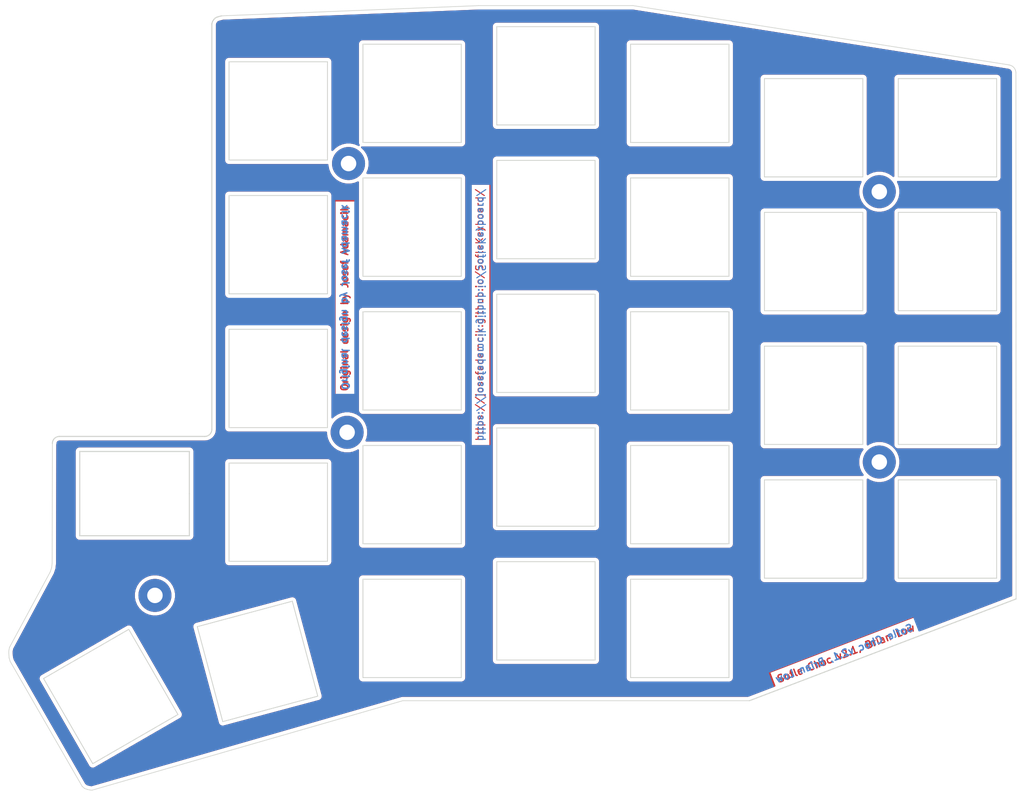
<source format=kicad_pcb>
(kicad_pcb (version 20171130) (host pcbnew "(5.1.9-0-10_14)")

  (general
    (thickness 1.6)
    (drawings 48)
    (tracks 0)
    (zones 0)
    (modules 34)
    (nets 1)
  )

  (page A4)
  (layers
    (0 F.Cu signal)
    (31 B.Cu signal)
    (32 B.Adhes user)
    (33 F.Adhes user)
    (34 B.Paste user)
    (35 F.Paste user)
    (36 B.SilkS user)
    (37 F.SilkS user)
    (38 B.Mask user)
    (39 F.Mask user)
    (40 Dwgs.User user)
    (41 Cmts.User user)
    (42 Eco1.User user)
    (43 Eco2.User user)
    (44 Edge.Cuts user)
    (45 Margin user)
    (46 B.CrtYd user)
    (47 F.CrtYd user)
    (48 B.Fab user)
    (49 F.Fab user)
  )

  (setup
    (last_trace_width 0.25)
    (trace_clearance 0.2)
    (zone_clearance 0.508)
    (zone_45_only no)
    (trace_min 0.2)
    (via_size 0.6)
    (via_drill 0.4)
    (via_min_size 0.4)
    (via_min_drill 0.3)
    (uvia_size 0.3)
    (uvia_drill 0.1)
    (uvias_allowed no)
    (uvia_min_size 0.2)
    (uvia_min_drill 0.1)
    (edge_width 0.15)
    (segment_width 0.2)
    (pcb_text_width 0.3)
    (pcb_text_size 1.5 1.5)
    (mod_edge_width 0.15)
    (mod_text_size 1 1)
    (mod_text_width 0.15)
    (pad_size 4.7 4.7)
    (pad_drill 2.2)
    (pad_to_mask_clearance 0.2)
    (aux_axis_origin 0 0)
    (grid_origin 216.6978 91.9414)
    (visible_elements 7FFFFF7F)
    (pcbplotparams
      (layerselection 0x010f0_ffffffff)
      (usegerberextensions false)
      (usegerberattributes false)
      (usegerberadvancedattributes false)
      (creategerberjobfile false)
      (excludeedgelayer true)
      (linewidth 0.100000)
      (plotframeref false)
      (viasonmask false)
      (mode 1)
      (useauxorigin false)
      (hpglpennumber 1)
      (hpglpenspeed 20)
      (hpglpendiameter 15.000000)
      (psnegative false)
      (psa4output false)
      (plotreference true)
      (plotvalue true)
      (plotinvisibletext false)
      (padsonsilk false)
      (subtractmaskfromsilk true)
      (outputformat 1)
      (mirror false)
      (drillshape 0)
      (scaleselection 1)
      (outputdirectory "gerber/"))
  )

  (net 0 "")

  (net_class Default "This is the default net class."
    (clearance 0.2)
    (trace_width 0.25)
    (via_dia 0.6)
    (via_drill 0.4)
    (uvia_dia 0.3)
    (uvia_drill 0.1)
  )

  (module SofleChocTop:SW_Hole (layer F.Cu) (tedit 5F1B7F65) (tstamp 60319336)
    (at 216.6978 110.9914)
    (fp_text reference SW2 (at 7 8.1) (layer F.SilkS) hide
      (effects (font (size 1 1) (thickness 0.15)))
    )
    (fp_text value KEY_SWITCH (at -7.4 -8.1) (layer F.Fab) hide
      (effects (font (size 1 1) (thickness 0.15)))
    )
    (fp_line (start 7 -7) (end -7 -7) (layer Edge.Cuts) (width 0.12))
    (fp_line (start 7 7) (end 7 -7) (layer Edge.Cuts) (width 0.12))
    (fp_line (start -7 7) (end 7 7) (layer Edge.Cuts) (width 0.12))
    (fp_line (start -7 -7) (end -7 7) (layer Edge.Cuts) (width 0.12))
    (fp_line (start 9.525 -9.525) (end -9.525 -9.525) (layer F.Fab) (width 0.15))
    (fp_line (start -9.525 -9.525) (end -9.525 9.525) (layer F.Fab) (width 0.15))
    (fp_line (start -9.525 9.525) (end 9.525 9.525) (layer F.Fab) (width 0.15))
    (fp_line (start 9.525 9.525) (end 9.525 -9.525) (layer F.Fab) (width 0.15))
  )

  (module SofleChocTop:SW_Hole (layer F.Cu) (tedit 5F1B7F65) (tstamp 6030CB14)
    (at 97.6078 134.8414 120)
    (fp_text reference SW2 (at 7 8.1 120) (layer F.SilkS) hide
      (effects (font (size 1 1) (thickness 0.15)))
    )
    (fp_text value KEY_SWITCH (at -7.4 -8.1 120) (layer F.Fab) hide
      (effects (font (size 1 1) (thickness 0.15)))
    )
    (fp_line (start 9.525 9.525) (end 9.525 -9.525) (layer F.Fab) (width 0.15))
    (fp_line (start -9.525 9.525) (end 9.525 9.525) (layer F.Fab) (width 0.15))
    (fp_line (start -9.525 -9.525) (end -9.525 9.525) (layer F.Fab) (width 0.15))
    (fp_line (start 9.525 -9.525) (end -9.525 -9.525) (layer F.Fab) (width 0.15))
    (fp_line (start -7 -7) (end -7 7) (layer Edge.Cuts) (width 0.12))
    (fp_line (start -7 7) (end 7 7) (layer Edge.Cuts) (width 0.12))
    (fp_line (start 7 7) (end 7 -7) (layer Edge.Cuts) (width 0.12))
    (fp_line (start 7 -7) (end -7 -7) (layer Edge.Cuts) (width 0.12))
  )

  (module SofleChocTop:SW_Hole (layer F.Cu) (tedit 5F1B7F65) (tstamp 6030CACC)
    (at 118.4978 129.8414 195)
    (fp_text reference SW2 (at 7 8.1 15) (layer F.SilkS) hide
      (effects (font (size 1 1) (thickness 0.15)))
    )
    (fp_text value KEY_SWITCH (at -7.4 -8.1 15) (layer F.Fab) hide
      (effects (font (size 1 1) (thickness 0.15)))
    )
    (fp_line (start 9.525 9.525) (end 9.525 -9.525) (layer F.Fab) (width 0.15))
    (fp_line (start -9.525 9.525) (end 9.525 9.525) (layer F.Fab) (width 0.15))
    (fp_line (start -9.525 -9.525) (end -9.525 9.525) (layer F.Fab) (width 0.15))
    (fp_line (start 9.525 -9.525) (end -9.525 -9.525) (layer F.Fab) (width 0.15))
    (fp_line (start -7 -7) (end -7 7) (layer Edge.Cuts) (width 0.12))
    (fp_line (start -7 7) (end 7 7) (layer Edge.Cuts) (width 0.12))
    (fp_line (start 7 7) (end 7 -7) (layer Edge.Cuts) (width 0.12))
    (fp_line (start 7 -7) (end -7 -7) (layer Edge.Cuts) (width 0.12))
  )

  (module SofleChocTop:SW_Hole (layer F.Cu) (tedit 5F1B7F65) (tstamp 6030CA94)
    (at 121.4478 108.5914)
    (fp_text reference SW2 (at 7 8.1) (layer F.SilkS) hide
      (effects (font (size 1 1) (thickness 0.15)))
    )
    (fp_text value KEY_SWITCH (at -7.4 -8.1) (layer F.Fab) hide
      (effects (font (size 1 1) (thickness 0.15)))
    )
    (fp_line (start 7 -7) (end -7 -7) (layer Edge.Cuts) (width 0.12))
    (fp_line (start 7 7) (end 7 -7) (layer Edge.Cuts) (width 0.12))
    (fp_line (start -7 7) (end 7 7) (layer Edge.Cuts) (width 0.12))
    (fp_line (start -7 -7) (end -7 7) (layer Edge.Cuts) (width 0.12))
    (fp_line (start 9.525 -9.525) (end -9.525 -9.525) (layer F.Fab) (width 0.15))
    (fp_line (start -9.525 -9.525) (end -9.525 9.525) (layer F.Fab) (width 0.15))
    (fp_line (start -9.525 9.525) (end 9.525 9.525) (layer F.Fab) (width 0.15))
    (fp_line (start 9.525 9.525) (end 9.525 -9.525) (layer F.Fab) (width 0.15))
  )

  (module SofleChocTop:SW_Hole (layer F.Cu) (tedit 5F1B7F65) (tstamp 6030CA7E)
    (at 121.4478 89.5414)
    (fp_text reference SW2 (at 7 8.1) (layer F.SilkS) hide
      (effects (font (size 1 1) (thickness 0.15)))
    )
    (fp_text value KEY_SWITCH (at -7.4 -8.1) (layer F.Fab) hide
      (effects (font (size 1 1) (thickness 0.15)))
    )
    (fp_line (start 9.525 9.525) (end 9.525 -9.525) (layer F.Fab) (width 0.15))
    (fp_line (start -9.525 9.525) (end 9.525 9.525) (layer F.Fab) (width 0.15))
    (fp_line (start -9.525 -9.525) (end -9.525 9.525) (layer F.Fab) (width 0.15))
    (fp_line (start 9.525 -9.525) (end -9.525 -9.525) (layer F.Fab) (width 0.15))
    (fp_line (start -7 -7) (end -7 7) (layer Edge.Cuts) (width 0.12))
    (fp_line (start -7 7) (end 7 7) (layer Edge.Cuts) (width 0.12))
    (fp_line (start 7 7) (end 7 -7) (layer Edge.Cuts) (width 0.12))
    (fp_line (start 7 -7) (end -7 -7) (layer Edge.Cuts) (width 0.12))
  )

  (module SofleChocTop:SW_Hole (layer F.Cu) (tedit 5F1B7F65) (tstamp 6030CA68)
    (at 121.4478 70.4914)
    (fp_text reference SW2 (at 7 8.1) (layer F.SilkS) hide
      (effects (font (size 1 1) (thickness 0.15)))
    )
    (fp_text value KEY_SWITCH (at -7.4 -8.1) (layer F.Fab) hide
      (effects (font (size 1 1) (thickness 0.15)))
    )
    (fp_line (start 7 -7) (end -7 -7) (layer Edge.Cuts) (width 0.12))
    (fp_line (start 7 7) (end 7 -7) (layer Edge.Cuts) (width 0.12))
    (fp_line (start -7 7) (end 7 7) (layer Edge.Cuts) (width 0.12))
    (fp_line (start -7 -7) (end -7 7) (layer Edge.Cuts) (width 0.12))
    (fp_line (start 9.525 -9.525) (end -9.525 -9.525) (layer F.Fab) (width 0.15))
    (fp_line (start -9.525 -9.525) (end -9.525 9.525) (layer F.Fab) (width 0.15))
    (fp_line (start -9.525 9.525) (end 9.525 9.525) (layer F.Fab) (width 0.15))
    (fp_line (start 9.525 9.525) (end 9.525 -9.525) (layer F.Fab) (width 0.15))
  )

  (module SofleChocTop:SW_Hole (layer F.Cu) (tedit 5F1B7F65) (tstamp 6030CA47)
    (at 121.4478 51.4414)
    (fp_text reference SW2 (at 7 8.1) (layer F.SilkS) hide
      (effects (font (size 1 1) (thickness 0.15)))
    )
    (fp_text value KEY_SWITCH (at -7.4 -8.1) (layer F.Fab) hide
      (effects (font (size 1 1) (thickness 0.15)))
    )
    (fp_line (start 9.525 9.525) (end 9.525 -9.525) (layer F.Fab) (width 0.15))
    (fp_line (start -9.525 9.525) (end 9.525 9.525) (layer F.Fab) (width 0.15))
    (fp_line (start -9.525 -9.525) (end -9.525 9.525) (layer F.Fab) (width 0.15))
    (fp_line (start 9.525 -9.525) (end -9.525 -9.525) (layer F.Fab) (width 0.15))
    (fp_line (start -7 -7) (end -7 7) (layer Edge.Cuts) (width 0.12))
    (fp_line (start -7 7) (end 7 7) (layer Edge.Cuts) (width 0.12))
    (fp_line (start 7 7) (end 7 -7) (layer Edge.Cuts) (width 0.12))
    (fp_line (start 7 -7) (end -7 -7) (layer Edge.Cuts) (width 0.12))
  )

  (module SofleChocTop:SW_Hole (layer F.Cu) (tedit 5F1B7F65) (tstamp 6030CA31)
    (at 140.4978 125.1414)
    (fp_text reference SW2 (at 7 8.1) (layer F.SilkS) hide
      (effects (font (size 1 1) (thickness 0.15)))
    )
    (fp_text value KEY_SWITCH (at -7.4 -8.1) (layer F.Fab) hide
      (effects (font (size 1 1) (thickness 0.15)))
    )
    (fp_line (start 7 -7) (end -7 -7) (layer Edge.Cuts) (width 0.12))
    (fp_line (start 7 7) (end 7 -7) (layer Edge.Cuts) (width 0.12))
    (fp_line (start -7 7) (end 7 7) (layer Edge.Cuts) (width 0.12))
    (fp_line (start -7 -7) (end -7 7) (layer Edge.Cuts) (width 0.12))
    (fp_line (start 9.525 -9.525) (end -9.525 -9.525) (layer F.Fab) (width 0.15))
    (fp_line (start -9.525 -9.525) (end -9.525 9.525) (layer F.Fab) (width 0.15))
    (fp_line (start -9.525 9.525) (end 9.525 9.525) (layer F.Fab) (width 0.15))
    (fp_line (start 9.525 9.525) (end 9.525 -9.525) (layer F.Fab) (width 0.15))
  )

  (module SofleChocTop:SW_Hole (layer F.Cu) (tedit 5F1B7F65) (tstamp 6030CA1B)
    (at 140.4978 106.0914)
    (fp_text reference SW2 (at 7 8.1) (layer F.SilkS) hide
      (effects (font (size 1 1) (thickness 0.15)))
    )
    (fp_text value KEY_SWITCH (at -7.4 -8.1) (layer F.Fab) hide
      (effects (font (size 1 1) (thickness 0.15)))
    )
    (fp_line (start 9.525 9.525) (end 9.525 -9.525) (layer F.Fab) (width 0.15))
    (fp_line (start -9.525 9.525) (end 9.525 9.525) (layer F.Fab) (width 0.15))
    (fp_line (start -9.525 -9.525) (end -9.525 9.525) (layer F.Fab) (width 0.15))
    (fp_line (start 9.525 -9.525) (end -9.525 -9.525) (layer F.Fab) (width 0.15))
    (fp_line (start -7 -7) (end -7 7) (layer Edge.Cuts) (width 0.12))
    (fp_line (start -7 7) (end 7 7) (layer Edge.Cuts) (width 0.12))
    (fp_line (start 7 7) (end 7 -7) (layer Edge.Cuts) (width 0.12))
    (fp_line (start 7 -7) (end -7 -7) (layer Edge.Cuts) (width 0.12))
  )

  (module SofleChocTop:SW_Hole (layer F.Cu) (tedit 5F1B7F65) (tstamp 6030CA05)
    (at 140.4978 87.0414)
    (fp_text reference SW2 (at 7 8.1) (layer F.SilkS) hide
      (effects (font (size 1 1) (thickness 0.15)))
    )
    (fp_text value KEY_SWITCH (at -7.4 -8.1) (layer F.Fab) hide
      (effects (font (size 1 1) (thickness 0.15)))
    )
    (fp_line (start 7 -7) (end -7 -7) (layer Edge.Cuts) (width 0.12))
    (fp_line (start 7 7) (end 7 -7) (layer Edge.Cuts) (width 0.12))
    (fp_line (start -7 7) (end 7 7) (layer Edge.Cuts) (width 0.12))
    (fp_line (start -7 -7) (end -7 7) (layer Edge.Cuts) (width 0.12))
    (fp_line (start 9.525 -9.525) (end -9.525 -9.525) (layer F.Fab) (width 0.15))
    (fp_line (start -9.525 -9.525) (end -9.525 9.525) (layer F.Fab) (width 0.15))
    (fp_line (start -9.525 9.525) (end 9.525 9.525) (layer F.Fab) (width 0.15))
    (fp_line (start 9.525 9.525) (end 9.525 -9.525) (layer F.Fab) (width 0.15))
  )

  (module SofleChocTop:SW_Hole (layer F.Cu) (tedit 5F1B7F65) (tstamp 6030C9EF)
    (at 140.4978 67.9914)
    (fp_text reference SW2 (at 7 8.1) (layer F.SilkS) hide
      (effects (font (size 1 1) (thickness 0.15)))
    )
    (fp_text value KEY_SWITCH (at -7.4 -8.1) (layer F.Fab) hide
      (effects (font (size 1 1) (thickness 0.15)))
    )
    (fp_line (start 9.525 9.525) (end 9.525 -9.525) (layer F.Fab) (width 0.15))
    (fp_line (start -9.525 9.525) (end 9.525 9.525) (layer F.Fab) (width 0.15))
    (fp_line (start -9.525 -9.525) (end -9.525 9.525) (layer F.Fab) (width 0.15))
    (fp_line (start 9.525 -9.525) (end -9.525 -9.525) (layer F.Fab) (width 0.15))
    (fp_line (start -7 -7) (end -7 7) (layer Edge.Cuts) (width 0.12))
    (fp_line (start -7 7) (end 7 7) (layer Edge.Cuts) (width 0.12))
    (fp_line (start 7 7) (end 7 -7) (layer Edge.Cuts) (width 0.12))
    (fp_line (start 7 -7) (end -7 -7) (layer Edge.Cuts) (width 0.12))
  )

  (module SofleChocTop:SW_Hole (layer F.Cu) (tedit 5F1B7F65) (tstamp 6030C9AC)
    (at 140.4978 48.9414)
    (fp_text reference SW2 (at 7 8.1) (layer F.SilkS) hide
      (effects (font (size 1 1) (thickness 0.15)))
    )
    (fp_text value KEY_SWITCH (at -7.4 -8.1) (layer F.Fab) hide
      (effects (font (size 1 1) (thickness 0.15)))
    )
    (fp_line (start 7 -7) (end -7 -7) (layer Edge.Cuts) (width 0.12))
    (fp_line (start 7 7) (end 7 -7) (layer Edge.Cuts) (width 0.12))
    (fp_line (start -7 7) (end 7 7) (layer Edge.Cuts) (width 0.12))
    (fp_line (start -7 -7) (end -7 7) (layer Edge.Cuts) (width 0.12))
    (fp_line (start 9.525 -9.525) (end -9.525 -9.525) (layer F.Fab) (width 0.15))
    (fp_line (start -9.525 -9.525) (end -9.525 9.525) (layer F.Fab) (width 0.15))
    (fp_line (start -9.525 9.525) (end 9.525 9.525) (layer F.Fab) (width 0.15))
    (fp_line (start 9.525 9.525) (end 9.525 -9.525) (layer F.Fab) (width 0.15))
  )

  (module SofleChocTop:SW_Hole (layer F.Cu) (tedit 5F1B7F65) (tstamp 6030C996)
    (at 159.5478 122.6414)
    (fp_text reference SW2 (at 7 8.1) (layer F.SilkS) hide
      (effects (font (size 1 1) (thickness 0.15)))
    )
    (fp_text value KEY_SWITCH (at -7.4 -8.1) (layer F.Fab) hide
      (effects (font (size 1 1) (thickness 0.15)))
    )
    (fp_line (start 9.525 9.525) (end 9.525 -9.525) (layer F.Fab) (width 0.15))
    (fp_line (start -9.525 9.525) (end 9.525 9.525) (layer F.Fab) (width 0.15))
    (fp_line (start -9.525 -9.525) (end -9.525 9.525) (layer F.Fab) (width 0.15))
    (fp_line (start 9.525 -9.525) (end -9.525 -9.525) (layer F.Fab) (width 0.15))
    (fp_line (start -7 -7) (end -7 7) (layer Edge.Cuts) (width 0.12))
    (fp_line (start -7 7) (end 7 7) (layer Edge.Cuts) (width 0.12))
    (fp_line (start 7 7) (end 7 -7) (layer Edge.Cuts) (width 0.12))
    (fp_line (start 7 -7) (end -7 -7) (layer Edge.Cuts) (width 0.12))
  )

  (module SofleChocTop:SW_Hole (layer F.Cu) (tedit 5F1B7F65) (tstamp 6030C980)
    (at 159.5478 103.5914)
    (fp_text reference SW2 (at 7 8.1) (layer F.SilkS) hide
      (effects (font (size 1 1) (thickness 0.15)))
    )
    (fp_text value KEY_SWITCH (at -7.4 -8.1) (layer F.Fab) hide
      (effects (font (size 1 1) (thickness 0.15)))
    )
    (fp_line (start 7 -7) (end -7 -7) (layer Edge.Cuts) (width 0.12))
    (fp_line (start 7 7) (end 7 -7) (layer Edge.Cuts) (width 0.12))
    (fp_line (start -7 7) (end 7 7) (layer Edge.Cuts) (width 0.12))
    (fp_line (start -7 -7) (end -7 7) (layer Edge.Cuts) (width 0.12))
    (fp_line (start 9.525 -9.525) (end -9.525 -9.525) (layer F.Fab) (width 0.15))
    (fp_line (start -9.525 -9.525) (end -9.525 9.525) (layer F.Fab) (width 0.15))
    (fp_line (start -9.525 9.525) (end 9.525 9.525) (layer F.Fab) (width 0.15))
    (fp_line (start 9.525 9.525) (end 9.525 -9.525) (layer F.Fab) (width 0.15))
  )

  (module SofleChocTop:SW_Hole (layer F.Cu) (tedit 5F1B7F65) (tstamp 6030C96A)
    (at 159.5478 84.5414)
    (fp_text reference SW2 (at 7 8.1) (layer F.SilkS) hide
      (effects (font (size 1 1) (thickness 0.15)))
    )
    (fp_text value KEY_SWITCH (at -7.4 -8.1) (layer F.Fab) hide
      (effects (font (size 1 1) (thickness 0.15)))
    )
    (fp_line (start 9.525 9.525) (end 9.525 -9.525) (layer F.Fab) (width 0.15))
    (fp_line (start -9.525 9.525) (end 9.525 9.525) (layer F.Fab) (width 0.15))
    (fp_line (start -9.525 -9.525) (end -9.525 9.525) (layer F.Fab) (width 0.15))
    (fp_line (start 9.525 -9.525) (end -9.525 -9.525) (layer F.Fab) (width 0.15))
    (fp_line (start -7 -7) (end -7 7) (layer Edge.Cuts) (width 0.12))
    (fp_line (start -7 7) (end 7 7) (layer Edge.Cuts) (width 0.12))
    (fp_line (start 7 7) (end 7 -7) (layer Edge.Cuts) (width 0.12))
    (fp_line (start 7 -7) (end -7 -7) (layer Edge.Cuts) (width 0.12))
  )

  (module SofleChocTop:SW_Hole (layer F.Cu) (tedit 5F1B7F65) (tstamp 6030C954)
    (at 159.5478 65.4914)
    (fp_text reference SW2 (at 7 8.1) (layer F.SilkS) hide
      (effects (font (size 1 1) (thickness 0.15)))
    )
    (fp_text value KEY_SWITCH (at -7.4 -8.1) (layer F.Fab) hide
      (effects (font (size 1 1) (thickness 0.15)))
    )
    (fp_line (start 7 -7) (end -7 -7) (layer Edge.Cuts) (width 0.12))
    (fp_line (start 7 7) (end 7 -7) (layer Edge.Cuts) (width 0.12))
    (fp_line (start -7 7) (end 7 7) (layer Edge.Cuts) (width 0.12))
    (fp_line (start -7 -7) (end -7 7) (layer Edge.Cuts) (width 0.12))
    (fp_line (start 9.525 -9.525) (end -9.525 -9.525) (layer F.Fab) (width 0.15))
    (fp_line (start -9.525 -9.525) (end -9.525 9.525) (layer F.Fab) (width 0.15))
    (fp_line (start -9.525 9.525) (end 9.525 9.525) (layer F.Fab) (width 0.15))
    (fp_line (start 9.525 9.525) (end 9.525 -9.525) (layer F.Fab) (width 0.15))
  )

  (module SofleChocTop:SW_Hole (layer F.Cu) (tedit 5F1B7F65) (tstamp 6030C933)
    (at 159.5478 46.4414)
    (fp_text reference SW2 (at 7 8.1) (layer F.SilkS) hide
      (effects (font (size 1 1) (thickness 0.15)))
    )
    (fp_text value KEY_SWITCH (at -7.4 -8.1) (layer F.Fab) hide
      (effects (font (size 1 1) (thickness 0.15)))
    )
    (fp_line (start 9.525 9.525) (end 9.525 -9.525) (layer F.Fab) (width 0.15))
    (fp_line (start -9.525 9.525) (end 9.525 9.525) (layer F.Fab) (width 0.15))
    (fp_line (start -9.525 -9.525) (end -9.525 9.525) (layer F.Fab) (width 0.15))
    (fp_line (start 9.525 -9.525) (end -9.525 -9.525) (layer F.Fab) (width 0.15))
    (fp_line (start -7 -7) (end -7 7) (layer Edge.Cuts) (width 0.12))
    (fp_line (start -7 7) (end 7 7) (layer Edge.Cuts) (width 0.12))
    (fp_line (start 7 7) (end 7 -7) (layer Edge.Cuts) (width 0.12))
    (fp_line (start 7 -7) (end -7 -7) (layer Edge.Cuts) (width 0.12))
  )

  (module SofleChocTop:SW_Hole (layer F.Cu) (tedit 5F1B7F65) (tstamp 6030C911)
    (at 178.5978 125.1414)
    (fp_text reference SW2 (at 7 8.1) (layer F.SilkS) hide
      (effects (font (size 1 1) (thickness 0.15)))
    )
    (fp_text value KEY_SWITCH (at -7.4 -8.1) (layer F.Fab) hide
      (effects (font (size 1 1) (thickness 0.15)))
    )
    (fp_line (start 7 -7) (end -7 -7) (layer Edge.Cuts) (width 0.12))
    (fp_line (start 7 7) (end 7 -7) (layer Edge.Cuts) (width 0.12))
    (fp_line (start -7 7) (end 7 7) (layer Edge.Cuts) (width 0.12))
    (fp_line (start -7 -7) (end -7 7) (layer Edge.Cuts) (width 0.12))
    (fp_line (start 9.525 -9.525) (end -9.525 -9.525) (layer F.Fab) (width 0.15))
    (fp_line (start -9.525 -9.525) (end -9.525 9.525) (layer F.Fab) (width 0.15))
    (fp_line (start -9.525 9.525) (end 9.525 9.525) (layer F.Fab) (width 0.15))
    (fp_line (start 9.525 9.525) (end 9.525 -9.525) (layer F.Fab) (width 0.15))
  )

  (module SofleChocTop:SW_Hole (layer F.Cu) (tedit 5F1B7F65) (tstamp 6030C8FB)
    (at 178.5978 106.0914)
    (fp_text reference SW2 (at 7 8.1) (layer F.SilkS) hide
      (effects (font (size 1 1) (thickness 0.15)))
    )
    (fp_text value KEY_SWITCH (at -7.4 -8.1) (layer F.Fab) hide
      (effects (font (size 1 1) (thickness 0.15)))
    )
    (fp_line (start 9.525 9.525) (end 9.525 -9.525) (layer F.Fab) (width 0.15))
    (fp_line (start -9.525 9.525) (end 9.525 9.525) (layer F.Fab) (width 0.15))
    (fp_line (start -9.525 -9.525) (end -9.525 9.525) (layer F.Fab) (width 0.15))
    (fp_line (start 9.525 -9.525) (end -9.525 -9.525) (layer F.Fab) (width 0.15))
    (fp_line (start -7 -7) (end -7 7) (layer Edge.Cuts) (width 0.12))
    (fp_line (start -7 7) (end 7 7) (layer Edge.Cuts) (width 0.12))
    (fp_line (start 7 7) (end 7 -7) (layer Edge.Cuts) (width 0.12))
    (fp_line (start 7 -7) (end -7 -7) (layer Edge.Cuts) (width 0.12))
  )

  (module SofleChocTop:SW_Hole (layer F.Cu) (tedit 5F1B7F65) (tstamp 6030C8E5)
    (at 178.5978 87.0414)
    (fp_text reference SW2 (at 7 8.1) (layer F.SilkS) hide
      (effects (font (size 1 1) (thickness 0.15)))
    )
    (fp_text value KEY_SWITCH (at -7.4 -8.1) (layer F.Fab) hide
      (effects (font (size 1 1) (thickness 0.15)))
    )
    (fp_line (start 7 -7) (end -7 -7) (layer Edge.Cuts) (width 0.12))
    (fp_line (start 7 7) (end 7 -7) (layer Edge.Cuts) (width 0.12))
    (fp_line (start -7 7) (end 7 7) (layer Edge.Cuts) (width 0.12))
    (fp_line (start -7 -7) (end -7 7) (layer Edge.Cuts) (width 0.12))
    (fp_line (start 9.525 -9.525) (end -9.525 -9.525) (layer F.Fab) (width 0.15))
    (fp_line (start -9.525 -9.525) (end -9.525 9.525) (layer F.Fab) (width 0.15))
    (fp_line (start -9.525 9.525) (end 9.525 9.525) (layer F.Fab) (width 0.15))
    (fp_line (start 9.525 9.525) (end 9.525 -9.525) (layer F.Fab) (width 0.15))
  )

  (module SofleChocTop:SW_Hole (layer F.Cu) (tedit 5F1B7F65) (tstamp 6030C8CF)
    (at 178.5978 67.9914)
    (fp_text reference SW2 (at 7 8.1) (layer F.SilkS) hide
      (effects (font (size 1 1) (thickness 0.15)))
    )
    (fp_text value KEY_SWITCH (at -7.4 -8.1) (layer F.Fab) hide
      (effects (font (size 1 1) (thickness 0.15)))
    )
    (fp_line (start 9.525 9.525) (end 9.525 -9.525) (layer F.Fab) (width 0.15))
    (fp_line (start -9.525 9.525) (end 9.525 9.525) (layer F.Fab) (width 0.15))
    (fp_line (start -9.525 -9.525) (end -9.525 9.525) (layer F.Fab) (width 0.15))
    (fp_line (start 9.525 -9.525) (end -9.525 -9.525) (layer F.Fab) (width 0.15))
    (fp_line (start -7 -7) (end -7 7) (layer Edge.Cuts) (width 0.12))
    (fp_line (start -7 7) (end 7 7) (layer Edge.Cuts) (width 0.12))
    (fp_line (start 7 7) (end 7 -7) (layer Edge.Cuts) (width 0.12))
    (fp_line (start 7 -7) (end -7 -7) (layer Edge.Cuts) (width 0.12))
  )

  (module SofleChocTop:SW_Hole (layer F.Cu) (tedit 5F1B7F65) (tstamp 6030C8A2)
    (at 178.5978 48.9414)
    (fp_text reference SW2 (at 7 8.1) (layer F.SilkS) hide
      (effects (font (size 1 1) (thickness 0.15)))
    )
    (fp_text value KEY_SWITCH (at -7.4 -8.1) (layer F.Fab) hide
      (effects (font (size 1 1) (thickness 0.15)))
    )
    (fp_line (start 7 -7) (end -7 -7) (layer Edge.Cuts) (width 0.12))
    (fp_line (start 7 7) (end 7 -7) (layer Edge.Cuts) (width 0.12))
    (fp_line (start -7 7) (end 7 7) (layer Edge.Cuts) (width 0.12))
    (fp_line (start -7 -7) (end -7 7) (layer Edge.Cuts) (width 0.12))
    (fp_line (start 9.525 -9.525) (end -9.525 -9.525) (layer F.Fab) (width 0.15))
    (fp_line (start -9.525 -9.525) (end -9.525 9.525) (layer F.Fab) (width 0.15))
    (fp_line (start -9.525 9.525) (end 9.525 9.525) (layer F.Fab) (width 0.15))
    (fp_line (start 9.525 9.525) (end 9.525 -9.525) (layer F.Fab) (width 0.15))
  )

  (module SofleChocTop:SW_Hole (layer F.Cu) (tedit 5F1B7F65) (tstamp 6030C847)
    (at 197.6478 110.9914)
    (fp_text reference SW2 (at 7 8.1) (layer F.SilkS) hide
      (effects (font (size 1 1) (thickness 0.15)))
    )
    (fp_text value KEY_SWITCH (at -7.4 -8.1) (layer F.Fab) hide
      (effects (font (size 1 1) (thickness 0.15)))
    )
    (fp_line (start 7 -7) (end -7 -7) (layer Edge.Cuts) (width 0.12))
    (fp_line (start 7 7) (end 7 -7) (layer Edge.Cuts) (width 0.12))
    (fp_line (start -7 7) (end 7 7) (layer Edge.Cuts) (width 0.12))
    (fp_line (start -7 -7) (end -7 7) (layer Edge.Cuts) (width 0.12))
    (fp_line (start 9.525 -9.525) (end -9.525 -9.525) (layer F.Fab) (width 0.15))
    (fp_line (start -9.525 -9.525) (end -9.525 9.525) (layer F.Fab) (width 0.15))
    (fp_line (start -9.525 9.525) (end 9.525 9.525) (layer F.Fab) (width 0.15))
    (fp_line (start 9.525 9.525) (end 9.525 -9.525) (layer F.Fab) (width 0.15))
  )

  (module SofleChocTop:SW_Hole (layer F.Cu) (tedit 5F1B7F65) (tstamp 6030C831)
    (at 216.6978 91.9414)
    (fp_text reference SW2 (at 7 8.1) (layer F.SilkS) hide
      (effects (font (size 1 1) (thickness 0.15)))
    )
    (fp_text value KEY_SWITCH (at -7.4 -8.1) (layer F.Fab) hide
      (effects (font (size 1 1) (thickness 0.15)))
    )
    (fp_line (start 9.525 9.525) (end 9.525 -9.525) (layer F.Fab) (width 0.15))
    (fp_line (start -9.525 9.525) (end 9.525 9.525) (layer F.Fab) (width 0.15))
    (fp_line (start -9.525 -9.525) (end -9.525 9.525) (layer F.Fab) (width 0.15))
    (fp_line (start 9.525 -9.525) (end -9.525 -9.525) (layer F.Fab) (width 0.15))
    (fp_line (start -7 -7) (end -7 7) (layer Edge.Cuts) (width 0.12))
    (fp_line (start -7 7) (end 7 7) (layer Edge.Cuts) (width 0.12))
    (fp_line (start 7 7) (end 7 -7) (layer Edge.Cuts) (width 0.12))
    (fp_line (start 7 -7) (end -7 -7) (layer Edge.Cuts) (width 0.12))
  )

  (module SofleChocTop:SW_Hole (layer F.Cu) (tedit 5F1B7F65) (tstamp 6030C81B)
    (at 197.6478 91.9414)
    (fp_text reference SW2 (at 7 8.1) (layer F.SilkS) hide
      (effects (font (size 1 1) (thickness 0.15)))
    )
    (fp_text value KEY_SWITCH (at -7.4 -8.1) (layer F.Fab) hide
      (effects (font (size 1 1) (thickness 0.15)))
    )
    (fp_line (start 7 -7) (end -7 -7) (layer Edge.Cuts) (width 0.12))
    (fp_line (start 7 7) (end 7 -7) (layer Edge.Cuts) (width 0.12))
    (fp_line (start -7 7) (end 7 7) (layer Edge.Cuts) (width 0.12))
    (fp_line (start -7 -7) (end -7 7) (layer Edge.Cuts) (width 0.12))
    (fp_line (start 9.525 -9.525) (end -9.525 -9.525) (layer F.Fab) (width 0.15))
    (fp_line (start -9.525 -9.525) (end -9.525 9.525) (layer F.Fab) (width 0.15))
    (fp_line (start -9.525 9.525) (end 9.525 9.525) (layer F.Fab) (width 0.15))
    (fp_line (start 9.525 9.525) (end 9.525 -9.525) (layer F.Fab) (width 0.15))
  )

  (module SofleChocTop:SW_Hole (layer F.Cu) (tedit 5F1B7F65) (tstamp 6030C805)
    (at 216.6978 72.8914)
    (fp_text reference SW2 (at 7 8.1) (layer F.SilkS) hide
      (effects (font (size 1 1) (thickness 0.15)))
    )
    (fp_text value KEY_SWITCH (at -7.4 -8.1) (layer F.Fab) hide
      (effects (font (size 1 1) (thickness 0.15)))
    )
    (fp_line (start 9.525 9.525) (end 9.525 -9.525) (layer F.Fab) (width 0.15))
    (fp_line (start -9.525 9.525) (end 9.525 9.525) (layer F.Fab) (width 0.15))
    (fp_line (start -9.525 -9.525) (end -9.525 9.525) (layer F.Fab) (width 0.15))
    (fp_line (start 9.525 -9.525) (end -9.525 -9.525) (layer F.Fab) (width 0.15))
    (fp_line (start -7 -7) (end -7 7) (layer Edge.Cuts) (width 0.12))
    (fp_line (start -7 7) (end 7 7) (layer Edge.Cuts) (width 0.12))
    (fp_line (start 7 7) (end 7 -7) (layer Edge.Cuts) (width 0.12))
    (fp_line (start 7 -7) (end -7 -7) (layer Edge.Cuts) (width 0.12))
  )

  (module SofleChocTop:SW_Hole (layer F.Cu) (tedit 5F1B7F65) (tstamp 6030C7D8)
    (at 197.6478 72.8914)
    (fp_text reference SW2 (at 7 8.1) (layer F.SilkS) hide
      (effects (font (size 1 1) (thickness 0.15)))
    )
    (fp_text value KEY_SWITCH (at -7.4 -8.1) (layer F.Fab) hide
      (effects (font (size 1 1) (thickness 0.15)))
    )
    (fp_line (start 7 -7) (end -7 -7) (layer Edge.Cuts) (width 0.12))
    (fp_line (start 7 7) (end 7 -7) (layer Edge.Cuts) (width 0.12))
    (fp_line (start -7 7) (end 7 7) (layer Edge.Cuts) (width 0.12))
    (fp_line (start -7 -7) (end -7 7) (layer Edge.Cuts) (width 0.12))
    (fp_line (start 9.525 -9.525) (end -9.525 -9.525) (layer F.Fab) (width 0.15))
    (fp_line (start -9.525 -9.525) (end -9.525 9.525) (layer F.Fab) (width 0.15))
    (fp_line (start -9.525 9.525) (end 9.525 9.525) (layer F.Fab) (width 0.15))
    (fp_line (start 9.525 9.525) (end 9.525 -9.525) (layer F.Fab) (width 0.15))
  )

  (module SofleChocTop:SW_Hole (layer F.Cu) (tedit 5F1B7F65) (tstamp 6030C715)
    (at 197.6478 53.8414)
    (fp_text reference SW2 (at 7 8.1) (layer F.SilkS) hide
      (effects (font (size 1 1) (thickness 0.15)))
    )
    (fp_text value KEY_SWITCH (at -7.4 -8.1) (layer F.Fab) hide
      (effects (font (size 1 1) (thickness 0.15)))
    )
    (fp_line (start 9.525 9.525) (end 9.525 -9.525) (layer F.Fab) (width 0.15))
    (fp_line (start -9.525 9.525) (end 9.525 9.525) (layer F.Fab) (width 0.15))
    (fp_line (start -9.525 -9.525) (end -9.525 9.525) (layer F.Fab) (width 0.15))
    (fp_line (start 9.525 -9.525) (end -9.525 -9.525) (layer F.Fab) (width 0.15))
    (fp_line (start -7 -7) (end -7 7) (layer Edge.Cuts) (width 0.12))
    (fp_line (start -7 7) (end 7 7) (layer Edge.Cuts) (width 0.12))
    (fp_line (start 7 7) (end 7 -7) (layer Edge.Cuts) (width 0.12))
    (fp_line (start 7 -7) (end -7 -7) (layer Edge.Cuts) (width 0.12))
  )

  (module SofleChocTop:SW_Hole (layer F.Cu) (tedit 5F1B7F65) (tstamp 6030C651)
    (at 216.6978 53.8414)
    (fp_text reference SW2 (at 7 8.1) (layer F.SilkS) hide
      (effects (font (size 1 1) (thickness 0.15)))
    )
    (fp_text value KEY_SWITCH (at -7.4 -8.1) (layer F.Fab) hide
      (effects (font (size 1 1) (thickness 0.15)))
    )
    (fp_line (start 7 -7) (end -7 -7) (layer Edge.Cuts) (width 0.12))
    (fp_line (start 7 7) (end 7 -7) (layer Edge.Cuts) (width 0.12))
    (fp_line (start -7 7) (end 7 7) (layer Edge.Cuts) (width 0.12))
    (fp_line (start -7 -7) (end -7 7) (layer Edge.Cuts) (width 0.12))
    (fp_line (start 9.525 -9.525) (end -9.525 -9.525) (layer F.Fab) (width 0.15))
    (fp_line (start -9.525 -9.525) (end -9.525 9.525) (layer F.Fab) (width 0.15))
    (fp_line (start -9.525 9.525) (end 9.525 9.525) (layer F.Fab) (width 0.15))
    (fp_line (start 9.525 9.525) (end 9.525 -9.525) (layer F.Fab) (width 0.15))
  )

  (module SofleKeyboard-footprint:HOLE_M2_TH (layer F.Cu) (tedit 5FDAFEE7) (tstamp 5F80E3D9)
    (at 103.8978 120.4414 90)
    (path /5B74D98F)
    (fp_text reference TH7 (at 0 -2.54 90) (layer F.SilkS) hide
      (effects (font (size 0.29972 0.29972) (thickness 0.0762)))
    )
    (fp_text value HOLE (at 0 2.54 90) (layer F.SilkS) hide
      (effects (font (size 0.29972 0.29972) (thickness 0.0762)))
    )
    (pad "" thru_hole circle (at 0 0 180) (size 4.7 4.7) (drill 2.2) (layers *.Cu *.Mask Dwgs.User)
      (clearance 0.3))
  )

  (module SofleKeyboard-footprint:HOLE_M2_TH (layer F.Cu) (tedit 5FDAFEDF) (tstamp 5F80E35A)
    (at 131.2778 97.2914)
    (path /5B74D78B)
    (fp_text reference TH5 (at 0 -2.54) (layer F.SilkS) hide
      (effects (font (size 0.29972 0.29972) (thickness 0.0762)))
    )
    (fp_text value HOLE (at 0 2.54) (layer F.SilkS) hide
      (effects (font (size 0.29972 0.29972) (thickness 0.0762)))
    )
    (pad "" thru_hole circle (at -0.025 -0.075 90) (size 4.7 4.7) (drill 2.2) (layers *.Cu *.Mask Dwgs.User)
      (clearance 0.3))
  )

  (module SofleKeyboard-footprint:HOLE_M2_TH (layer F.Cu) (tedit 5FDAFEF8) (tstamp 5F80E2ED)
    (at 207.17 101.47)
    (path /5B74D88C)
    (fp_text reference TH6 (at 0 -2.54) (layer F.SilkS) hide
      (effects (font (size 0.29972 0.29972) (thickness 0.0762)))
    )
    (fp_text value HOLE (at 0 2.54) (layer F.SilkS) hide
      (effects (font (size 0.29972 0.29972) (thickness 0.0762)))
    )
    (pad "" thru_hole circle (at -0.175 -0.025 90) (size 4.7 4.7) (drill 2.2) (layers *.Cu *.Mask Dwgs.User)
      (clearance 0.3))
  )

  (module SofleKeyboard-footprint:HOLE_M2_TH (layer F.Cu) (tedit 5FDAFEC8) (tstamp 5F80E208)
    (at 131.4278 59.0114)
    (path /5B74DA95)
    (fp_text reference TH3 (at 0 -2.54) (layer F.SilkS) hide
      (effects (font (size 0.29972 0.29972) (thickness 0.0762)))
    )
    (fp_text value HOLE (at 0 2.54) (layer F.SilkS) hide
      (effects (font (size 0.29972 0.29972) (thickness 0.0762)))
    )
    (pad "" thru_hole circle (at 0.025 -0.075 90) (size 4.7 4.7) (drill 2.2) (layers *.Cu *.Mask Dwgs.User)
      (clearance 0.3))
  )

  (module SofleKeyboard-footprint:HOLE_M2_TH (layer F.Cu) (tedit 5FDAFEEF) (tstamp 5F80E1DA)
    (at 207.22 63.22)
    (path /5B74D1C0)
    (fp_text reference TH4 (at 0 -2.54) (layer F.SilkS) hide
      (effects (font (size 0.29972 0.29972) (thickness 0.0762)))
    )
    (fp_text value HOLE (at 0 2.54) (layer F.SilkS) hide
      (effects (font (size 0.29972 0.29972) (thickness 0.0762)))
    )
    (pad "" thru_hole circle (at -0.225 -0.275 90) (size 4.7 4.7) (drill 2.2) (layers *.Cu *.Mask Dwgs.User)
      (clearance 0.3))
  )

  (gr_text "Original design by Josef Adamacik" (at 130.895 78.1414 90) (layer F.Cu) (tstamp 6042C4F3)
    (effects (font (size 1 1) (thickness 0.2)))
  )
  (gr_text "Original design by Josef Adamacik" (at 130.995 77.9314 -90) (layer B.Cu) (tstamp 5F80E41C)
    (effects (font (size 1 1) (thickness 0.2)) (justify mirror))
  )
  (gr_text https://josefadamcik.github.io/SofleKeyboard/ (at 150.095 80.5 90) (layer F.Cu) (tstamp 5F80E41B)
    (effects (font (size 1 1) (thickness 0.15)))
  )
  (gr_text https://josefadamcik.github.io/SofleKeyboard/ (at 150.395 80.5 270) (layer B.Cu) (tstamp 5F80E41A)
    (effects (font (size 1 1) (thickness 0.15)) (justify mirror))
  )
  (gr_line (start 112.995 38) (end 113.395 37.9) (layer Edge.Cuts) (width 0.15))
  (gr_line (start 112.695 38.1) (end 112.995 38) (layer Edge.Cuts) (width 0.15))
  (gr_line (start 112.495 38.2) (end 112.695 38.1) (layer Edge.Cuts) (width 0.15))
  (gr_line (start 112.295 38.4) (end 112.495 38.2) (layer Edge.Cuts) (width 0.15))
  (gr_line (start 112.095 38.7) (end 112.295 38.4) (layer Edge.Cuts) (width 0.15))
  (gr_line (start 111.995 39.045) (end 112.095 38.7) (layer Edge.Cuts) (width 0.15))
  (gr_arc (start 110.995 96.8) (end 110.995 97.8) (angle -90) (layer Edge.Cuts) (width 0.15))
  (gr_arc (start 90.3 98.8) (end 90.3 97.8) (angle -90) (layer Edge.Cuts) (width 0.15))
  (gr_line (start 108.795 111.945) (end 108.795 105.945) (layer Edge.Cuts) (width 0.15) (tstamp 5F80B735))
  (gr_line (start 93.195 111.945) (end 108.795 111.945) (layer Edge.Cuts) (width 0.15))
  (gr_line (start 93.195 99.945) (end 93.195 111.945) (layer Edge.Cuts) (width 0.15))
  (gr_line (start 108.795 99.945) (end 93.195 99.945) (layer Edge.Cuts) (width 0.15))
  (gr_line (start 108.795 105.945) (end 108.795 99.945) (layer Edge.Cuts) (width 0.15))
  (gr_line (start 111.995 96.8) (end 111.995 39.045) (layer Edge.Cuts) (width 0.15))
  (gr_line (start 90.3 97.8) (end 110.995 97.8) (layer Edge.Cuts) (width 0.15))
  (gr_text "Sofle Choc v2.1, Brian Low" (at 202.245 128.695 21) (layer F.Cu) (tstamp 5F80E427)
    (effects (font (size 1 1) (thickness 0.2)))
  )
  (gr_text "Sofle Choc v2.1, Brian Low" (at 201.995 128.695 21) (layer B.Cu) (tstamp 5F80E422)
    (effects (font (size 1 1) (thickness 0.2)) (justify mirror))
  )
  (gr_line (start 225.856871 45.026466) (end 226.021621 45.1406) (layer Edge.Cuts) (width 0.1) (tstamp 5F80D222))
  (gr_line (start 89.270257 115.845) (end 89.3 98.8) (layer Edge.Cuts) (width 0.1) (tstamp 5F80D216))
  (gr_line (start 226.163321 45.280582) (end 226.278881 45.442807) (layer Edge.Cuts) (width 0.1) (tstamp 5F80D20E))
  (gr_line (start 149.995 36.445) (end 171.945 36.445) (layer Edge.Cuts) (width 0.1) (tstamp 5F80D142))
  (gr_line (start 226.021621 45.1406) (end 226.163321 45.280582) (layer Edge.Cuts) (width 0.1) (tstamp 5F80D134))
  (gr_line (start 139.149128 135.445) (end 94.895 148.195) (layer Edge.Cuts) (width 0.1) (tstamp 5F80D10B))
  (gr_line (start 83.095 128.345) (end 83.195 127.845) (layer Edge.Cuts) (width 0.1) (tstamp 5F80C604))
  (gr_line (start 83.295 129.845) (end 83.145 129.345) (layer Edge.Cuts) (width 0.1) (tstamp 5F80C601))
  (gr_line (start 139.149128 135.445) (end 188.495 135.445) (layer Edge.Cuts) (width 0.1) (tstamp 5F80C600))
  (gr_line (start 149.995 36.445) (end 113.395 37.9) (layer Edge.Cuts) (width 0.1) (tstamp 5F80C5FF))
  (gr_line (start 226.365281 45.623672) (end 226.419381 45.819571) (layer Edge.Cuts) (width 0.1) (tstamp 5F80C5FD))
  (gr_line (start 83.195 127.845) (end 88.995 117.095) (layer Edge.Cuts) (width 0.1) (tstamp 5F80C5FA))
  (gr_line (start 226.419381 45.819571) (end 226.438181 46.026902) (layer Edge.Cuts) (width 0.1) (tstamp 5F80C5F9))
  (gr_line (start 226.438181 46.026902) (end 226.465181 120.945) (layer Edge.Cuts) (width 0.1) (tstamp 5F80C5F8))
  (gr_line (start 225.470441 44.890146) (end 225.672111 44.941776) (layer Edge.Cuts) (width 0.1) (tstamp 5F80C5F7))
  (gr_line (start 93.545 147.645) (end 93.895 147.945) (layer Edge.Cuts) (width 0.1) (tstamp 5F80C5F2))
  (gr_line (start 83.095 128.745) (end 83.095 128.345) (layer Edge.Cuts) (width 0.1) (tstamp 5F80C5ED))
  (gr_line (start 89.195 116.495) (end 88.995 117.095) (layer Edge.Cuts) (width 0.1) (tstamp 5F80C5EB))
  (gr_line (start 226.465181 120.945) (end 188.495 135.445) (layer Edge.Cuts) (width 0.15) (tstamp 5F80C5E5))
  (gr_line (start 225.672111 44.941776) (end 225.856871 45.026466) (layer Edge.Cuts) (width 0.1) (tstamp 5F80C5E4))
  (gr_line (start 93.895 147.945) (end 94.345 148.095) (layer Edge.Cuts) (width 0.1) (tstamp 5F80C5E3))
  (gr_line (start 83.145 129.345) (end 83.095 128.745) (layer Edge.Cuts) (width 0.1) (tstamp 5F80C5E0))
  (gr_line (start 94.345 148.095) (end 94.895 148.195) (layer Edge.Cuts) (width 0.1) (tstamp 5F80C5DF))
  (gr_line (start 89.270257 115.845) (end 89.195 116.495) (layer Edge.Cuts) (width 0.1) (tstamp 5F80C5DE))
  (gr_line (start 171.945 36.445) (end 225.470441 44.890146) (layer Edge.Cuts) (width 0.1) (tstamp 5F80C5BB))
  (gr_line (start 93.545 147.645) (end 83.295 129.845) (layer Edge.Cuts) (width 0.1) (tstamp 5F80C5BA))
  (gr_line (start 226.278881 45.442807) (end 226.365281 45.623672) (layer Edge.Cuts) (width 0.1) (tstamp 5F80C5B9))

  (zone (net 0) (net_name "") (layer F.Cu) (tstamp 6042C594) (hatch edge 0.508)
    (connect_pads (clearance 0.508))
    (min_thickness 0.254)
    (fill yes (arc_segments 32) (thermal_gap 0.508) (thermal_bridge_width 0.508))
    (polygon
      (pts
        (xy 81.945 128.645) (xy 93.895 149.095) (xy 138.995 136.395) (xy 158.245 136.495) (xy 188.445 136.295)
        (xy 226.895 122.945) (xy 226.995 44.245) (xy 172.695 35.745) (xy 88.445 38.045) (xy 88.795 116.445)
      )
    )
    (filled_polygon
      (pts
        (xy 225.331807 45.561746) (xy 225.442617 45.590115) (xy 225.516481 45.623972) (xy 225.582585 45.669767) (xy 225.639771 45.726261)
        (xy 225.686436 45.791768) (xy 225.721105 45.864343) (xy 225.742732 45.942657) (xy 225.753192 46.058012) (xy 225.780002 120.446646)
        (xy 212.899239 125.365535) (xy 212.141357 123.391186) (xy 191.341629 131.375453) (xy 192.085685 133.313786) (xy 188.29858 134.76)
        (xy 139.153838 134.76) (xy 139.091265 134.759123) (xy 139.053284 134.766126) (xy 139.014845 134.769912) (xy 138.954927 134.788088)
        (xy 94.859605 147.492335) (xy 94.515432 147.429758) (xy 94.238912 147.337584) (xy 94.07999 147.201366) (xy 85.460882 132.233548)
        (xy 87.348756 132.233548) (xy 87.353235 132.370375) (xy 87.384322 132.503702) (xy 87.440823 132.628402) (xy 87.4608 132.65628)
        (xy 94.426671 144.721525) (xy 94.440823 144.752758) (xy 94.460796 144.780631) (xy 94.460801 144.780639) (xy 94.495251 144.828713)
        (xy 94.520566 144.86404) (xy 94.620487 144.957626) (xy 94.647594 144.974482) (xy 94.736743 145.029919) (xy 94.864872 145.078144)
        (xy 94.999947 145.100444) (xy 94.999948 145.100444) (xy 95.136775 145.095965) (xy 95.270102 145.064878) (xy 95.36356 145.022533)
        (xy 95.363571 145.022527) (xy 95.394802 145.008376) (xy 95.422673 144.988404) (xy 107.487933 138.022524) (xy 107.519158 138.008376)
        (xy 107.547024 137.988408) (xy 107.547039 137.988399) (xy 107.630439 137.928635) (xy 107.724025 137.828714) (xy 107.796319 137.712457)
        (xy 107.844544 137.584328) (xy 107.866844 137.449253) (xy 107.862365 137.312425) (xy 107.831277 137.179098) (xy 107.831277 137.179097)
        (xy 107.788933 137.085639) (xy 107.788924 137.085624) (xy 107.774776 137.054398) (xy 107.754807 137.026531) (xy 100.788928 124.961275)
        (xy 100.778077 124.937327) (xy 109.22772 124.937327) (xy 109.244433 125.03856) (xy 109.244435 125.038566) (xy 109.250021 125.072402)
        (xy 109.262101 125.104497) (xy 112.867903 138.561534) (xy 112.873488 138.595363) (xy 112.885566 138.627453) (xy 112.885569 138.627465)
        (xy 112.921711 138.723492) (xy 112.994005 138.83975) (xy 113.08759 138.93967) (xy 113.198871 139.019414) (xy 113.323572 139.075914)
        (xy 113.456898 139.107001) (xy 113.593727 139.111481) (xy 113.728802 139.08918) (xy 113.760908 139.077096) (xy 127.217924 135.4713)
        (xy 127.251763 135.465713) (xy 127.283863 135.453632) (xy 127.283865 135.453631) (xy 127.379892 135.417489) (xy 127.49615 135.345195)
        (xy 127.59607 135.25161) (xy 127.675814 135.140329) (xy 127.732314 135.015628) (xy 127.763401 134.882302) (xy 127.767881 134.745473)
        (xy 127.74558 134.610398) (xy 127.733496 134.578292) (xy 124.127701 121.121286) (xy 124.122113 121.087437) (xy 124.073889 120.959308)
        (xy 124.001594 120.84305) (xy 123.908009 120.74313) (xy 123.796728 120.663387) (xy 123.672028 120.606886) (xy 123.538702 120.575799)
        (xy 123.401873 120.57132) (xy 123.401872 120.57132) (xy 123.30064 120.588033) (xy 123.300634 120.588035) (xy 123.266798 120.593621)
        (xy 123.234702 120.605701) (xy 109.777676 124.211501) (xy 109.743837 124.217088) (xy 109.711738 124.229169) (xy 109.711735 124.22917)
        (xy 109.615709 124.265312) (xy 109.49945 124.337606) (xy 109.39953 124.431191) (xy 109.319787 124.542472) (xy 109.263286 124.667173)
        (xy 109.232199 124.800498) (xy 109.22772 124.937327) (xy 100.778077 124.937327) (xy 100.774776 124.930042) (xy 100.754803 124.902169)
        (xy 100.754798 124.902161) (xy 100.695034 124.81876) (xy 100.595113 124.725174) (xy 100.478855 124.652881) (xy 100.350727 124.604656)
        (xy 100.215652 124.582356) (xy 100.078823 124.586835) (xy 100.028405 124.598591) (xy 99.945498 124.617922) (xy 99.908794 124.634552)
        (xy 99.852039 124.660267) (xy 99.852032 124.660271) (xy 99.820798 124.674423) (xy 99.792924 124.694397) (xy 87.727683 131.660268)
        (xy 87.696442 131.674423) (xy 87.668562 131.694402) (xy 87.668561 131.694402) (xy 87.58516 131.754166) (xy 87.491574 131.854087)
        (xy 87.419281 131.970345) (xy 87.371056 132.098473) (xy 87.348756 132.233548) (xy 85.460882 132.233548) (xy 83.928274 129.572044)
        (xy 83.821687 129.216756) (xy 83.78 128.716515) (xy 83.78 128.412828) (xy 83.846575 128.079954) (xy 88.126463 120.147403)
        (xy 100.9128 120.147403) (xy 100.9128 120.735397) (xy 101.027512 121.312092) (xy 101.252527 121.855328) (xy 101.579199 122.344226)
        (xy 101.994974 122.760001) (xy 102.483872 123.086673) (xy 103.027108 123.311688) (xy 103.603803 123.4264) (xy 104.191797 123.4264)
        (xy 104.768492 123.311688) (xy 105.311728 123.086673) (xy 105.800626 122.760001) (xy 106.216401 122.344226) (xy 106.543073 121.855328)
        (xy 106.768088 121.312092) (xy 106.8828 120.735397) (xy 106.8828 120.147403) (xy 106.768088 119.570708) (xy 106.543073 119.027472)
        (xy 106.216401 118.538574) (xy 105.819227 118.1414) (xy 132.799438 118.1414) (xy 132.8028 118.175535) (xy 132.802801 132.107255)
        (xy 132.799438 132.1414) (xy 132.812857 132.277644) (xy 132.852598 132.408652) (xy 132.917133 132.529389) (xy 133.003983 132.635217)
        (xy 133.109811 132.722067) (xy 133.230548 132.786602) (xy 133.361556 132.826343) (xy 133.463665 132.8364) (xy 133.463666 132.8364)
        (xy 133.4978 132.839762) (xy 133.531935 132.8364) (xy 147.463665 132.8364) (xy 147.4978 132.839762) (xy 147.531934 132.8364)
        (xy 147.531935 132.8364) (xy 147.634044 132.826343) (xy 147.765052 132.786602) (xy 147.885789 132.722067) (xy 147.991617 132.635217)
        (xy 148.078467 132.529389) (xy 148.143002 132.408652) (xy 148.182743 132.277644) (xy 148.196162 132.1414) (xy 148.1928 132.107265)
        (xy 148.1928 118.175535) (xy 148.196162 118.1414) (xy 148.182743 118.005156) (xy 148.143002 117.874148) (xy 148.078467 117.753411)
        (xy 147.991617 117.647583) (xy 147.885789 117.560733) (xy 147.765052 117.496198) (xy 147.634044 117.456457) (xy 147.531935 117.4464)
        (xy 147.4978 117.443038) (xy 147.463666 117.4464) (xy 133.531934 117.4464) (xy 133.4978 117.443038) (xy 133.463665 117.4464)
        (xy 133.361556 117.456457) (xy 133.230548 117.496198) (xy 133.109811 117.560733) (xy 133.003983 117.647583) (xy 132.917133 117.753411)
        (xy 132.852598 117.874148) (xy 132.812857 118.005156) (xy 132.799438 118.1414) (xy 105.819227 118.1414) (xy 105.800626 118.122799)
        (xy 105.311728 117.796127) (xy 104.768492 117.571112) (xy 104.191797 117.4564) (xy 103.603803 117.4564) (xy 103.027108 117.571112)
        (xy 102.483872 117.796127) (xy 101.994974 118.122799) (xy 101.579199 118.538574) (xy 101.252527 119.027472) (xy 101.027512 119.570708)
        (xy 100.9128 120.147403) (xy 88.126463 120.147403) (xy 89.578074 117.456918) (xy 89.59298 117.435873) (xy 89.610021 117.397706)
        (xy 89.613829 117.390648) (xy 89.62376 117.366935) (xy 89.634207 117.343536) (xy 89.636735 117.335952) (xy 89.652891 117.297374)
        (xy 89.658024 117.272087) (xy 89.83531 116.74023) (xy 89.850164 116.706034) (xy 89.863713 116.643522) (xy 89.877908 116.58109)
        (xy 89.878923 116.543817) (xy 89.943563 115.985526) (xy 89.945109 115.98046) (xy 89.95131 115.918616) (xy 89.954581 115.89036)
        (xy 89.954671 115.885087) (xy 89.955197 115.879842) (xy 89.955247 115.851414) (xy 89.956309 115.789252) (xy 89.955364 115.784038)
        (xy 89.983002 99.945) (xy 92.481565 99.945) (xy 92.485 99.979877) (xy 92.485001 111.910113) (xy 92.481565 111.945)
        (xy 92.495273 112.084184) (xy 92.535872 112.21802) (xy 92.6018 112.341363) (xy 92.690525 112.449475) (xy 92.798637 112.5382)
        (xy 92.92198 112.604128) (xy 93.055816 112.644727) (xy 93.160123 112.655) (xy 93.195 112.658435) (xy 93.229877 112.655)
        (xy 108.760123 112.655) (xy 108.795 112.658435) (xy 108.829877 112.655) (xy 108.934184 112.644727) (xy 109.06802 112.604128)
        (xy 109.191363 112.5382) (xy 109.299475 112.449475) (xy 109.3882 112.341363) (xy 109.454128 112.21802) (xy 109.494727 112.084184)
        (xy 109.508435 111.945) (xy 109.505 111.910123) (xy 109.505 101.5914) (xy 113.749438 101.5914) (xy 113.7528 101.625535)
        (xy 113.752801 115.557255) (xy 113.749438 115.5914) (xy 113.762857 115.727644) (xy 113.802598 115.858652) (xy 113.867133 115.979389)
        (xy 113.953983 116.085217) (xy 114.059811 116.172067) (xy 114.180548 116.236602) (xy 114.311556 116.276343) (xy 114.413665 116.2864)
        (xy 114.413666 116.2864) (xy 114.4478 116.289762) (xy 114.481935 116.2864) (xy 128.413665 116.2864) (xy 128.4478 116.289762)
        (xy 128.481934 116.2864) (xy 128.481935 116.2864) (xy 128.584044 116.276343) (xy 128.715052 116.236602) (xy 128.835789 116.172067)
        (xy 128.941617 116.085217) (xy 129.028467 115.979389) (xy 129.093002 115.858652) (xy 129.132743 115.727644) (xy 129.141237 115.6414)
        (xy 151.849438 115.6414) (xy 151.8528 115.675535) (xy 151.852801 129.607255) (xy 151.849438 129.6414) (xy 151.862857 129.777644)
        (xy 151.902598 129.908652) (xy 151.967133 130.029389) (xy 152.053983 130.135217) (xy 152.159811 130.222067) (xy 152.280548 130.286602)
        (xy 152.411556 130.326343) (xy 152.513665 130.3364) (xy 152.513666 130.3364) (xy 152.5478 130.339762) (xy 152.581935 130.3364)
        (xy 166.513665 130.3364) (xy 166.5478 130.339762) (xy 166.581934 130.3364) (xy 166.581935 130.3364) (xy 166.684044 130.326343)
        (xy 166.815052 130.286602) (xy 166.935789 130.222067) (xy 167.041617 130.135217) (xy 167.128467 130.029389) (xy 167.193002 129.908652)
        (xy 167.232743 129.777644) (xy 167.246162 129.6414) (xy 167.2428 129.607265) (xy 167.2428 118.1414) (xy 170.899438 118.1414)
        (xy 170.9028 118.175535) (xy 170.902801 132.107255) (xy 170.899438 132.1414) (xy 170.912857 132.277644) (xy 170.952598 132.408652)
        (xy 171.017133 132.529389) (xy 171.103983 132.635217) (xy 171.209811 132.722067) (xy 171.330548 132.786602) (xy 171.461556 132.826343)
        (xy 171.563665 132.8364) (xy 171.563666 132.8364) (xy 171.5978 132.839762) (xy 171.631935 132.8364) (xy 185.563665 132.8364)
        (xy 185.5978 132.839762) (xy 185.631934 132.8364) (xy 185.631935 132.8364) (xy 185.734044 132.826343) (xy 185.865052 132.786602)
        (xy 185.985789 132.722067) (xy 186.091617 132.635217) (xy 186.178467 132.529389) (xy 186.243002 132.408652) (xy 186.282743 132.277644)
        (xy 186.296162 132.1414) (xy 186.2928 132.107265) (xy 186.2928 118.175535) (xy 186.296162 118.1414) (xy 186.282743 118.005156)
        (xy 186.243002 117.874148) (xy 186.178467 117.753411) (xy 186.091617 117.647583) (xy 185.985789 117.560733) (xy 185.865052 117.496198)
        (xy 185.734044 117.456457) (xy 185.631935 117.4464) (xy 185.5978 117.443038) (xy 185.563666 117.4464) (xy 171.631934 117.4464)
        (xy 171.5978 117.443038) (xy 171.563665 117.4464) (xy 171.461556 117.456457) (xy 171.330548 117.496198) (xy 171.209811 117.560733)
        (xy 171.103983 117.647583) (xy 171.017133 117.753411) (xy 170.952598 117.874148) (xy 170.912857 118.005156) (xy 170.899438 118.1414)
        (xy 167.2428 118.1414) (xy 167.2428 115.675535) (xy 167.246162 115.6414) (xy 167.232743 115.505156) (xy 167.193002 115.374148)
        (xy 167.128467 115.253411) (xy 167.041617 115.147583) (xy 166.935789 115.060733) (xy 166.815052 114.996198) (xy 166.684044 114.956457)
        (xy 166.581935 114.9464) (xy 166.5478 114.943038) (xy 166.513666 114.9464) (xy 152.581934 114.9464) (xy 152.5478 114.943038)
        (xy 152.513665 114.9464) (xy 152.411556 114.956457) (xy 152.280548 114.996198) (xy 152.159811 115.060733) (xy 152.053983 115.147583)
        (xy 151.967133 115.253411) (xy 151.902598 115.374148) (xy 151.862857 115.505156) (xy 151.849438 115.6414) (xy 129.141237 115.6414)
        (xy 129.146162 115.5914) (xy 129.1428 115.557265) (xy 129.1428 101.625535) (xy 129.146162 101.5914) (xy 129.132743 101.455156)
        (xy 129.093002 101.324148) (xy 129.028467 101.203411) (xy 128.941617 101.097583) (xy 128.835789 101.010733) (xy 128.715052 100.946198)
        (xy 128.584044 100.906457) (xy 128.481935 100.8964) (xy 128.4478 100.893038) (xy 128.413666 100.8964) (xy 114.481934 100.8964)
        (xy 114.4478 100.893038) (xy 114.413665 100.8964) (xy 114.311556 100.906457) (xy 114.180548 100.946198) (xy 114.059811 101.010733)
        (xy 113.953983 101.097583) (xy 113.867133 101.203411) (xy 113.802598 101.324148) (xy 113.762857 101.455156) (xy 113.749438 101.5914)
        (xy 109.505 101.5914) (xy 109.505 99.979877) (xy 109.508435 99.945) (xy 109.494727 99.805816) (xy 109.454128 99.67198)
        (xy 109.3882 99.548637) (xy 109.299475 99.440525) (xy 109.191363 99.3518) (xy 109.06802 99.285872) (xy 108.934184 99.245273)
        (xy 108.829877 99.235) (xy 108.795 99.231565) (xy 108.760123 99.235) (xy 93.229877 99.235) (xy 93.195 99.231565)
        (xy 93.160123 99.235) (xy 93.055816 99.245273) (xy 92.92198 99.285872) (xy 92.798637 99.3518) (xy 92.690525 99.440525)
        (xy 92.6018 99.548637) (xy 92.535872 99.67198) (xy 92.495273 99.805816) (xy 92.481565 99.945) (xy 89.983002 99.945)
        (xy 89.984691 98.977395) (xy 90.005575 98.879143) (xy 90.006611 98.869285) (xy 90.018863 98.744335) (xy 90.03503 98.690786)
        (xy 90.061288 98.641403) (xy 90.096641 98.598055) (xy 90.13974 98.5624) (xy 90.188937 98.535799) (xy 90.242375 98.519258)
        (xy 90.330455 98.51) (xy 111.029877 98.51) (xy 111.060222 98.507011) (xy 111.066332 98.507054) (xy 111.076198 98.506086)
        (xy 111.270295 98.485685) (xy 111.33331 98.47275) (xy 111.39654 98.460688) (xy 111.40603 98.457823) (xy 111.592468 98.400111)
        (xy 111.651797 98.375171) (xy 111.711455 98.351068) (xy 111.720208 98.346414) (xy 111.891885 98.253589) (xy 111.945198 98.217629)
        (xy 111.999083 98.182367) (xy 112.006765 98.176102) (xy 112.157143 98.051698) (xy 112.20248 98.006043) (xy 112.248463 97.961013)
        (xy 112.254782 97.953375) (xy 112.378132 97.802133) (xy 112.413757 97.748513) (xy 112.450099 97.695436) (xy 112.454814 97.686716)
        (xy 112.546439 97.514394) (xy 112.570951 97.454924) (xy 112.596312 97.395752) (xy 112.599243 97.386282) (xy 112.655652 97.199446)
        (xy 112.668152 97.136316) (xy 112.68153 97.073377) (xy 112.682566 97.063519) (xy 112.701611 96.869285) (xy 112.705 96.834877)
        (xy 112.705 82.5414) (xy 113.749438 82.5414) (xy 113.7528 82.575535) (xy 113.752801 96.507255) (xy 113.749438 96.5414)
        (xy 113.762857 96.677644) (xy 113.802598 96.808652) (xy 113.867133 96.929389) (xy 113.953983 97.035217) (xy 114.059811 97.122067)
        (xy 114.180548 97.186602) (xy 114.311556 97.226343) (xy 114.413665 97.2364) (xy 114.413666 97.2364) (xy 114.4478 97.239762)
        (xy 114.481935 97.2364) (xy 128.2678 97.2364) (xy 128.2678 97.510397) (xy 128.382512 98.087092) (xy 128.607527 98.630328)
        (xy 128.934199 99.119226) (xy 129.349974 99.535001) (xy 129.838872 99.861673) (xy 130.382108 100.086688) (xy 130.958803 100.2014)
        (xy 131.546797 100.2014) (xy 132.123492 100.086688) (xy 132.666728 99.861673) (xy 132.8028 99.770752) (xy 132.802801 113.057255)
        (xy 132.799438 113.0914) (xy 132.812857 113.227644) (xy 132.852598 113.358652) (xy 132.917133 113.479389) (xy 133.003983 113.585217)
        (xy 133.109811 113.672067) (xy 133.230548 113.736602) (xy 133.361556 113.776343) (xy 133.463665 113.7864) (xy 133.463666 113.7864)
        (xy 133.4978 113.789762) (xy 133.531935 113.7864) (xy 147.463665 113.7864) (xy 147.4978 113.789762) (xy 147.531934 113.7864)
        (xy 147.531935 113.7864) (xy 147.634044 113.776343) (xy 147.765052 113.736602) (xy 147.885789 113.672067) (xy 147.991617 113.585217)
        (xy 148.078467 113.479389) (xy 148.143002 113.358652) (xy 148.182743 113.227644) (xy 148.196162 113.0914) (xy 148.1928 113.057265)
        (xy 148.1928 99.125535) (xy 148.196162 99.0914) (xy 148.182743 98.955156) (xy 148.143002 98.824148) (xy 148.078467 98.703411)
        (xy 147.991617 98.597583) (xy 147.885789 98.510733) (xy 147.765052 98.446198) (xy 147.634044 98.406457) (xy 147.531935 98.3964)
        (xy 147.4978 98.393038) (xy 147.463666 98.3964) (xy 133.994969 98.3964) (xy 134.123088 98.087092) (xy 134.2378 97.510397)
        (xy 134.2378 96.922403) (xy 134.123088 96.345708) (xy 133.898073 95.802472) (xy 133.571401 95.313574) (xy 133.155626 94.897799)
        (xy 132.666728 94.571127) (xy 132.123492 94.346112) (xy 131.546797 94.2314) (xy 130.958803 94.2314) (xy 130.382108 94.346112)
        (xy 129.838872 94.571127) (xy 129.349974 94.897799) (xy 129.1428 95.104973) (xy 129.1428 82.575535) (xy 129.146162 82.5414)
        (xy 129.132743 82.405156) (xy 129.093002 82.274148) (xy 129.028467 82.153411) (xy 128.941617 82.047583) (xy 128.835789 81.960733)
        (xy 128.715052 81.896198) (xy 128.584044 81.856457) (xy 128.481935 81.8464) (xy 128.4478 81.843038) (xy 128.413666 81.8464)
        (xy 114.481934 81.8464) (xy 114.4478 81.843038) (xy 114.413665 81.8464) (xy 114.311556 81.856457) (xy 114.180548 81.896198)
        (xy 114.059811 81.960733) (xy 113.953983 82.047583) (xy 113.867133 82.153411) (xy 113.802598 82.274148) (xy 113.762857 82.405156)
        (xy 113.749438 82.5414) (xy 112.705 82.5414) (xy 112.705 63.4914) (xy 113.749438 63.4914) (xy 113.7528 63.525535)
        (xy 113.752801 77.457255) (xy 113.749438 77.4914) (xy 113.762857 77.627644) (xy 113.802598 77.758652) (xy 113.867133 77.879389)
        (xy 113.953983 77.985217) (xy 114.059811 78.072067) (xy 114.180548 78.136602) (xy 114.311556 78.176343) (xy 114.413665 78.1864)
        (xy 114.413666 78.1864) (xy 114.4478 78.189762) (xy 114.481935 78.1864) (xy 128.413665 78.1864) (xy 128.4478 78.189762)
        (xy 128.481934 78.1864) (xy 128.481935 78.1864) (xy 128.584044 78.176343) (xy 128.715052 78.136602) (xy 128.835789 78.072067)
        (xy 128.941617 77.985217) (xy 129.028467 77.879389) (xy 129.093002 77.758652) (xy 129.132743 77.627644) (xy 129.146162 77.4914)
        (xy 129.1428 77.457265) (xy 129.1428 64.215924) (xy 129.49 64.215924) (xy 129.49 92.066876) (xy 132.46 92.066876)
        (xy 132.46 80.0414) (xy 132.799438 80.0414) (xy 132.8028 80.075535) (xy 132.802801 94.007255) (xy 132.799438 94.0414)
        (xy 132.812857 94.177644) (xy 132.852598 94.308652) (xy 132.917133 94.429389) (xy 133.003983 94.535217) (xy 133.109811 94.622067)
        (xy 133.230548 94.686602) (xy 133.361556 94.726343) (xy 133.463665 94.7364) (xy 133.463666 94.7364) (xy 133.4978 94.739762)
        (xy 133.531935 94.7364) (xy 147.463665 94.7364) (xy 147.4978 94.739762) (xy 147.531934 94.7364) (xy 147.531935 94.7364)
        (xy 147.634044 94.726343) (xy 147.765052 94.686602) (xy 147.885789 94.622067) (xy 147.991617 94.535217) (xy 148.078467 94.429389)
        (xy 148.143002 94.308652) (xy 148.182743 94.177644) (xy 148.196162 94.0414) (xy 148.1928 94.007265) (xy 148.1928 80.075535)
        (xy 148.196162 80.0414) (xy 148.182743 79.905156) (xy 148.143002 79.774148) (xy 148.078467 79.653411) (xy 147.991617 79.547583)
        (xy 147.885789 79.460733) (xy 147.765052 79.396198) (xy 147.634044 79.356457) (xy 147.531935 79.3464) (xy 147.4978 79.343038)
        (xy 147.463666 79.3464) (xy 133.531934 79.3464) (xy 133.4978 79.343038) (xy 133.463665 79.3464) (xy 133.361556 79.356457)
        (xy 133.230548 79.396198) (xy 133.109811 79.460733) (xy 133.003983 79.547583) (xy 132.917133 79.653411) (xy 132.852598 79.774148)
        (xy 132.812857 79.905156) (xy 132.799438 80.0414) (xy 132.46 80.0414) (xy 132.46 64.215924) (xy 129.49 64.215924)
        (xy 129.1428 64.215924) (xy 129.1428 63.525535) (xy 129.146162 63.4914) (xy 129.132743 63.355156) (xy 129.093002 63.224148)
        (xy 129.028467 63.103411) (xy 128.941617 62.997583) (xy 128.835789 62.910733) (xy 128.715052 62.846198) (xy 128.584044 62.806457)
        (xy 128.481935 62.7964) (xy 128.4478 62.793038) (xy 128.413666 62.7964) (xy 114.481934 62.7964) (xy 114.4478 62.793038)
        (xy 114.413665 62.7964) (xy 114.311556 62.806457) (xy 114.180548 62.846198) (xy 114.059811 62.910733) (xy 113.953983 62.997583)
        (xy 113.867133 63.103411) (xy 113.802598 63.224148) (xy 113.762857 63.355156) (xy 113.749438 63.4914) (xy 112.705 63.4914)
        (xy 112.705 44.4414) (xy 113.749438 44.4414) (xy 113.7528 44.475535) (xy 113.752801 58.407255) (xy 113.749438 58.4414)
        (xy 113.762857 58.577644) (xy 113.802598 58.708652) (xy 113.867133 58.829389) (xy 113.953983 58.935217) (xy 114.059811 59.022067)
        (xy 114.180548 59.086602) (xy 114.311556 59.126343) (xy 114.413665 59.1364) (xy 114.413666 59.1364) (xy 114.4478 59.139762)
        (xy 114.481935 59.1364) (xy 128.413665 59.1364) (xy 128.4478 59.139762) (xy 128.4678 59.137792) (xy 128.4678 59.230397)
        (xy 128.582512 59.807092) (xy 128.807527 60.350328) (xy 129.134199 60.839226) (xy 129.549974 61.255001) (xy 130.038872 61.581673)
        (xy 130.582108 61.806688) (xy 131.158803 61.9214) (xy 131.746797 61.9214) (xy 132.323492 61.806688) (xy 132.8028 61.608153)
        (xy 132.802801 74.957255) (xy 132.799438 74.9914) (xy 132.812857 75.127644) (xy 132.852598 75.258652) (xy 132.917133 75.379389)
        (xy 133.003983 75.485217) (xy 133.109811 75.572067) (xy 133.230548 75.636602) (xy 133.361556 75.676343) (xy 133.463665 75.6864)
        (xy 133.463666 75.6864) (xy 133.4978 75.689762) (xy 133.531935 75.6864) (xy 147.463665 75.6864) (xy 147.4978 75.689762)
        (xy 147.531934 75.6864) (xy 147.531935 75.6864) (xy 147.634044 75.676343) (xy 147.765052 75.636602) (xy 147.885789 75.572067)
        (xy 147.991617 75.485217) (xy 148.078467 75.379389) (xy 148.143002 75.258652) (xy 148.182743 75.127644) (xy 148.196162 74.9914)
        (xy 148.1928 74.957265) (xy 148.1928 61.837619) (xy 148.7025 61.837619) (xy 148.7025 99.162381) (xy 151.6225 99.162381)
        (xy 151.6225 96.5914) (xy 151.849438 96.5914) (xy 151.8528 96.625535) (xy 151.852801 110.557255) (xy 151.849438 110.5914)
        (xy 151.862857 110.727644) (xy 151.902598 110.858652) (xy 151.967133 110.979389) (xy 152.053983 111.085217) (xy 152.159811 111.172067)
        (xy 152.280548 111.236602) (xy 152.411556 111.276343) (xy 152.513665 111.2864) (xy 152.513666 111.2864) (xy 152.5478 111.289762)
        (xy 152.581935 111.2864) (xy 166.513665 111.2864) (xy 166.5478 111.289762) (xy 166.581934 111.2864) (xy 166.581935 111.2864)
        (xy 166.684044 111.276343) (xy 166.815052 111.236602) (xy 166.935789 111.172067) (xy 167.041617 111.085217) (xy 167.128467 110.979389)
        (xy 167.193002 110.858652) (xy 167.232743 110.727644) (xy 167.246162 110.5914) (xy 167.2428 110.557265) (xy 167.2428 99.0914)
        (xy 170.899438 99.0914) (xy 170.9028 99.125535) (xy 170.902801 113.057255) (xy 170.899438 113.0914) (xy 170.912857 113.227644)
        (xy 170.952598 113.358652) (xy 171.017133 113.479389) (xy 171.103983 113.585217) (xy 171.209811 113.672067) (xy 171.330548 113.736602)
        (xy 171.461556 113.776343) (xy 171.563665 113.7864) (xy 171.563666 113.7864) (xy 171.5978 113.789762) (xy 171.631935 113.7864)
        (xy 185.563665 113.7864) (xy 185.5978 113.789762) (xy 185.631934 113.7864) (xy 185.631935 113.7864) (xy 185.734044 113.776343)
        (xy 185.865052 113.736602) (xy 185.985789 113.672067) (xy 186.091617 113.585217) (xy 186.178467 113.479389) (xy 186.243002 113.358652)
        (xy 186.282743 113.227644) (xy 186.296162 113.0914) (xy 186.2928 113.057265) (xy 186.2928 99.125535) (xy 186.296162 99.0914)
        (xy 186.282743 98.955156) (xy 186.243002 98.824148) (xy 186.178467 98.703411) (xy 186.091617 98.597583) (xy 185.985789 98.510733)
        (xy 185.865052 98.446198) (xy 185.734044 98.406457) (xy 185.631935 98.3964) (xy 185.5978 98.393038) (xy 185.563666 98.3964)
        (xy 171.631934 98.3964) (xy 171.5978 98.393038) (xy 171.563665 98.3964) (xy 171.461556 98.406457) (xy 171.330548 98.446198)
        (xy 171.209811 98.510733) (xy 171.103983 98.597583) (xy 171.017133 98.703411) (xy 170.952598 98.824148) (xy 170.912857 98.955156)
        (xy 170.899438 99.0914) (xy 167.2428 99.0914) (xy 167.2428 96.625535) (xy 167.246162 96.5914) (xy 167.242727 96.556519)
        (xy 167.232743 96.455156) (xy 167.193002 96.324148) (xy 167.128467 96.203411) (xy 167.041617 96.097583) (xy 166.935789 96.010733)
        (xy 166.815052 95.946198) (xy 166.684044 95.906457) (xy 166.5478 95.893038) (xy 166.513666 95.8964) (xy 152.581934 95.8964)
        (xy 152.5478 95.893038) (xy 152.513665 95.8964) (xy 152.411556 95.906457) (xy 152.280548 95.946198) (xy 152.159811 96.010733)
        (xy 152.053983 96.097583) (xy 151.967133 96.203411) (xy 151.902598 96.324148) (xy 151.862857 96.455156) (xy 151.849438 96.5914)
        (xy 151.6225 96.5914) (xy 151.6225 77.5414) (xy 151.849438 77.5414) (xy 151.8528 77.575535) (xy 151.852801 91.507255)
        (xy 151.849438 91.5414) (xy 151.862857 91.677644) (xy 151.902598 91.808652) (xy 151.967133 91.929389) (xy 152.053983 92.035217)
        (xy 152.159811 92.122067) (xy 152.280548 92.186602) (xy 152.411556 92.226343) (xy 152.513665 92.2364) (xy 152.513666 92.2364)
        (xy 152.5478 92.239762) (xy 152.581935 92.2364) (xy 166.513665 92.2364) (xy 166.5478 92.239762) (xy 166.581934 92.2364)
        (xy 166.581935 92.2364) (xy 166.684044 92.226343) (xy 166.815052 92.186602) (xy 166.935789 92.122067) (xy 167.041617 92.035217)
        (xy 167.128467 91.929389) (xy 167.193002 91.808652) (xy 167.232743 91.677644) (xy 167.246162 91.5414) (xy 167.2428 91.507265)
        (xy 167.2428 80.0414) (xy 170.899438 80.0414) (xy 170.9028 80.075535) (xy 170.902801 94.007255) (xy 170.899438 94.0414)
        (xy 170.912857 94.177644) (xy 170.952598 94.308652) (xy 171.017133 94.429389) (xy 171.103983 94.535217) (xy 171.209811 94.622067)
        (xy 171.330548 94.686602) (xy 171.461556 94.726343) (xy 171.563665 94.7364) (xy 171.563666 94.7364) (xy 171.5978 94.739762)
        (xy 171.631935 94.7364) (xy 185.563665 94.7364) (xy 185.5978 94.739762) (xy 185.631934 94.7364) (xy 185.631935 94.7364)
        (xy 185.734044 94.726343) (xy 185.865052 94.686602) (xy 185.985789 94.622067) (xy 186.091617 94.535217) (xy 186.178467 94.429389)
        (xy 186.243002 94.308652) (xy 186.282743 94.177644) (xy 186.296162 94.0414) (xy 186.2928 94.007265) (xy 186.2928 84.9414)
        (xy 189.949438 84.9414) (xy 189.9528 84.975535) (xy 189.952801 98.907255) (xy 189.949438 98.9414) (xy 189.962857 99.077644)
        (xy 190.002598 99.208652) (xy 190.067133 99.329389) (xy 190.153983 99.435217) (xy 190.259811 99.522067) (xy 190.380548 99.586602)
        (xy 190.511556 99.626343) (xy 190.613665 99.6364) (xy 190.613666 99.6364) (xy 190.6478 99.639762) (xy 190.681935 99.6364)
        (xy 204.613439 99.6364) (xy 204.349727 100.031072) (xy 204.124712 100.574308) (xy 204.01 101.151003) (xy 204.01 101.738997)
        (xy 204.124712 102.315692) (xy 204.349727 102.858928) (xy 204.640285 103.293778) (xy 204.613666 103.2964) (xy 190.681934 103.2964)
        (xy 190.6478 103.293038) (xy 190.613665 103.2964) (xy 190.511556 103.306457) (xy 190.380548 103.346198) (xy 190.259811 103.410733)
        (xy 190.153983 103.497583) (xy 190.067133 103.603411) (xy 190.002598 103.724148) (xy 189.962857 103.855156) (xy 189.949438 103.9914)
        (xy 189.9528 104.025535) (xy 189.952801 117.957255) (xy 189.949438 117.9914) (xy 189.962857 118.127644) (xy 190.002598 118.258652)
        (xy 190.067133 118.379389) (xy 190.153983 118.485217) (xy 190.259811 118.572067) (xy 190.380548 118.636602) (xy 190.511556 118.676343)
        (xy 190.613665 118.6864) (xy 190.613666 118.6864) (xy 190.6478 118.689762) (xy 190.681935 118.6864) (xy 204.613665 118.6864)
        (xy 204.6478 118.689762) (xy 204.681934 118.6864) (xy 204.681935 118.6864) (xy 204.784044 118.676343) (xy 204.915052 118.636602)
        (xy 205.035789 118.572067) (xy 205.141617 118.485217) (xy 205.228467 118.379389) (xy 205.293002 118.258652) (xy 205.332743 118.127644)
        (xy 205.346162 117.9914) (xy 205.3428 117.957265) (xy 205.3428 104.025535) (xy 205.346162 103.9914) (xy 205.340038 103.929219)
        (xy 205.581072 104.090273) (xy 206.124308 104.315288) (xy 206.701003 104.43) (xy 207.288997 104.43) (xy 207.865692 104.315288)
        (xy 208.408928 104.090273) (xy 208.556901 103.9914) (xy 208.999438 103.9914) (xy 209.0028 104.025535) (xy 209.002801 117.957255)
        (xy 208.999438 117.9914) (xy 209.012857 118.127644) (xy 209.052598 118.258652) (xy 209.117133 118.379389) (xy 209.203983 118.485217)
        (xy 209.309811 118.572067) (xy 209.430548 118.636602) (xy 209.561556 118.676343) (xy 209.663665 118.6864) (xy 209.663666 118.6864)
        (xy 209.6978 118.689762) (xy 209.731935 118.6864) (xy 223.663665 118.6864) (xy 223.6978 118.689762) (xy 223.731934 118.6864)
        (xy 223.731935 118.6864) (xy 223.834044 118.676343) (xy 223.965052 118.636602) (xy 224.085789 118.572067) (xy 224.191617 118.485217)
        (xy 224.278467 118.379389) (xy 224.343002 118.258652) (xy 224.382743 118.127644) (xy 224.396162 117.9914) (xy 224.3928 117.957265)
        (xy 224.3928 104.025535) (xy 224.396162 103.9914) (xy 224.382743 103.855156) (xy 224.343002 103.724148) (xy 224.278467 103.603411)
        (xy 224.191617 103.497583) (xy 224.085789 103.410733) (xy 223.965052 103.346198) (xy 223.834044 103.306457) (xy 223.731935 103.2964)
        (xy 223.6978 103.293038) (xy 223.663666 103.2964) (xy 209.731934 103.2964) (xy 209.6978 103.293038) (xy 209.663665 103.2964)
        (xy 209.561556 103.306457) (xy 209.430548 103.346198) (xy 209.309811 103.410733) (xy 209.203983 103.497583) (xy 209.117133 103.603411)
        (xy 209.052598 103.724148) (xy 209.012857 103.855156) (xy 208.999438 103.9914) (xy 208.556901 103.9914) (xy 208.897826 103.763601)
        (xy 209.313601 103.347826) (xy 209.640273 102.858928) (xy 209.865288 102.315692) (xy 209.98 101.738997) (xy 209.98 101.151003)
        (xy 209.865288 100.574308) (xy 209.640273 100.031072) (xy 209.313601 99.542174) (xy 209.218822 99.447395) (xy 209.309811 99.522067)
        (xy 209.430548 99.586602) (xy 209.561556 99.626343) (xy 209.663665 99.6364) (xy 209.663666 99.6364) (xy 209.6978 99.639762)
        (xy 209.731935 99.6364) (xy 223.663665 99.6364) (xy 223.6978 99.639762) (xy 223.731934 99.6364) (xy 223.731935 99.6364)
        (xy 223.834044 99.626343) (xy 223.965052 99.586602) (xy 224.085789 99.522067) (xy 224.191617 99.435217) (xy 224.278467 99.329389)
        (xy 224.343002 99.208652) (xy 224.382743 99.077644) (xy 224.396162 98.9414) (xy 224.3928 98.907265) (xy 224.3928 84.975535)
        (xy 224.396162 84.9414) (xy 224.382743 84.805156) (xy 224.343002 84.674148) (xy 224.278467 84.553411) (xy 224.191617 84.447583)
        (xy 224.085789 84.360733) (xy 223.965052 84.296198) (xy 223.834044 84.256457) (xy 223.731935 84.2464) (xy 223.6978 84.243038)
        (xy 223.663666 84.2464) (xy 209.731934 84.2464) (xy 209.6978 84.243038) (xy 209.663665 84.2464) (xy 209.561556 84.256457)
        (xy 209.430548 84.296198) (xy 209.309811 84.360733) (xy 209.203983 84.447583) (xy 209.117133 84.553411) (xy 209.052598 84.674148)
        (xy 209.012857 84.805156) (xy 208.999438 84.9414) (xy 209.0028 84.975535) (xy 209.002801 98.907255) (xy 208.999438 98.9414)
        (xy 209.012857 99.077644) (xy 209.052598 99.208652) (xy 209.117133 99.329389) (xy 209.191805 99.420378) (xy 208.897826 99.126399)
        (xy 208.408928 98.799727) (xy 207.865692 98.574712) (xy 207.288997 98.46) (xy 206.701003 98.46) (xy 206.124308 98.574712)
        (xy 205.581072 98.799727) (xy 205.34455 98.957766) (xy 205.346162 98.9414) (xy 205.3428 98.907265) (xy 205.3428 84.975535)
        (xy 205.346162 84.9414) (xy 205.332743 84.805156) (xy 205.293002 84.674148) (xy 205.228467 84.553411) (xy 205.141617 84.447583)
        (xy 205.035789 84.360733) (xy 204.915052 84.296198) (xy 204.784044 84.256457) (xy 204.681935 84.2464) (xy 204.6478 84.243038)
        (xy 204.613666 84.2464) (xy 190.681934 84.2464) (xy 190.6478 84.243038) (xy 190.613665 84.2464) (xy 190.511556 84.256457)
        (xy 190.380548 84.296198) (xy 190.259811 84.360733) (xy 190.153983 84.447583) (xy 190.067133 84.553411) (xy 190.002598 84.674148)
        (xy 189.962857 84.805156) (xy 189.949438 84.9414) (xy 186.2928 84.9414) (xy 186.2928 80.075535) (xy 186.296162 80.0414)
        (xy 186.282743 79.905156) (xy 186.243002 79.774148) (xy 186.178467 79.653411) (xy 186.091617 79.547583) (xy 185.985789 79.460733)
        (xy 185.865052 79.396198) (xy 185.734044 79.356457) (xy 185.631935 79.3464) (xy 185.5978 79.343038) (xy 185.563666 79.3464)
        (xy 171.631934 79.3464) (xy 171.5978 79.343038) (xy 171.563665 79.3464) (xy 171.461556 79.356457) (xy 171.330548 79.396198)
        (xy 171.209811 79.460733) (xy 171.103983 79.547583) (xy 171.017133 79.653411) (xy 170.952598 79.774148) (xy 170.912857 79.905156)
        (xy 170.899438 80.0414) (xy 167.2428 80.0414) (xy 167.2428 77.575535) (xy 167.246162 77.5414) (xy 167.232743 77.405156)
        (xy 167.193002 77.274148) (xy 167.128467 77.153411) (xy 167.041617 77.047583) (xy 166.935789 76.960733) (xy 166.815052 76.896198)
        (xy 166.684044 76.856457) (xy 166.581935 76.8464) (xy 166.5478 76.843038) (xy 166.513666 76.8464) (xy 152.581934 76.8464)
        (xy 152.5478 76.843038) (xy 152.513665 76.8464) (xy 152.411556 76.856457) (xy 152.280548 76.896198) (xy 152.159811 76.960733)
        (xy 152.053983 77.047583) (xy 151.967133 77.153411) (xy 151.902598 77.274148) (xy 151.862857 77.405156) (xy 151.849438 77.5414)
        (xy 151.6225 77.5414) (xy 151.6225 61.837619) (xy 148.7025 61.837619) (xy 148.1928 61.837619) (xy 148.1928 61.025535)
        (xy 148.196162 60.9914) (xy 148.182743 60.855156) (xy 148.143002 60.724148) (xy 148.078467 60.603411) (xy 147.991617 60.497583)
        (xy 147.885789 60.410733) (xy 147.765052 60.346198) (xy 147.634044 60.306457) (xy 147.531935 60.2964) (xy 147.4978 60.293038)
        (xy 147.463666 60.2964) (xy 134.120411 60.2964) (xy 134.323088 59.807092) (xy 134.4378 59.230397) (xy 134.4378 58.642403)
        (xy 134.407764 58.4914) (xy 151.849438 58.4914) (xy 151.8528 58.525535) (xy 151.852801 72.457255) (xy 151.849438 72.4914)
        (xy 151.862857 72.627644) (xy 151.902598 72.758652) (xy 151.967133 72.879389) (xy 152.053983 72.985217) (xy 152.159811 73.072067)
        (xy 152.280548 73.136602) (xy 152.411556 73.176343) (xy 152.513665 73.1864) (xy 152.513666 73.1864) (xy 152.5478 73.189762)
        (xy 152.581935 73.1864) (xy 166.513665 73.1864) (xy 166.5478 73.189762) (xy 166.581934 73.1864) (xy 166.581935 73.1864)
        (xy 166.684044 73.176343) (xy 166.815052 73.136602) (xy 166.935789 73.072067) (xy 167.041617 72.985217) (xy 167.128467 72.879389)
        (xy 167.193002 72.758652) (xy 167.232743 72.627644) (xy 167.246162 72.4914) (xy 167.2428 72.457265) (xy 167.2428 60.9914)
        (xy 170.899438 60.9914) (xy 170.9028 61.025535) (xy 170.902801 74.957255) (xy 170.899438 74.9914) (xy 170.912857 75.127644)
        (xy 170.952598 75.258652) (xy 171.017133 75.379389) (xy 171.103983 75.485217) (xy 171.209811 75.572067) (xy 171.330548 75.636602)
        (xy 171.461556 75.676343) (xy 171.563665 75.6864) (xy 171.563666 75.6864) (xy 171.5978 75.689762) (xy 171.631935 75.6864)
        (xy 185.563665 75.6864) (xy 185.5978 75.689762) (xy 185.631934 75.6864) (xy 185.631935 75.6864) (xy 185.734044 75.676343)
        (xy 185.865052 75.636602) (xy 185.985789 75.572067) (xy 186.091617 75.485217) (xy 186.178467 75.379389) (xy 186.243002 75.258652)
        (xy 186.282743 75.127644) (xy 186.296162 74.9914) (xy 186.2928 74.957265) (xy 186.2928 65.8914) (xy 189.949438 65.8914)
        (xy 189.9528 65.925535) (xy 189.952801 79.857255) (xy 189.949438 79.8914) (xy 189.962857 80.027644) (xy 190.002598 80.158652)
        (xy 190.067133 80.279389) (xy 190.153983 80.385217) (xy 190.259811 80.472067) (xy 190.380548 80.536602) (xy 190.511556 80.576343)
        (xy 190.613665 80.5864) (xy 190.613666 80.5864) (xy 190.6478 80.589762) (xy 190.681935 80.5864) (xy 204.613665 80.5864)
        (xy 204.6478 80.589762) (xy 204.681934 80.5864) (xy 204.681935 80.5864) (xy 204.784044 80.576343) (xy 204.915052 80.536602)
        (xy 205.035789 80.472067) (xy 205.141617 80.385217) (xy 205.228467 80.279389) (xy 205.293002 80.158652) (xy 205.332743 80.027644)
        (xy 205.346162 79.8914) (xy 205.3428 79.857265) (xy 205.3428 65.925535) (xy 205.346162 65.8914) (xy 205.332743 65.755156)
        (xy 205.293002 65.624148) (xy 205.228467 65.503411) (xy 205.141617 65.397583) (xy 205.035789 65.310733) (xy 204.915052 65.246198)
        (xy 204.784044 65.206457) (xy 204.681935 65.1964) (xy 204.6478 65.193038) (xy 204.613666 65.1964) (xy 190.681934 65.1964)
        (xy 190.6478 65.193038) (xy 190.613665 65.1964) (xy 190.511556 65.206457) (xy 190.380548 65.246198) (xy 190.259811 65.310733)
        (xy 190.153983 65.397583) (xy 190.067133 65.503411) (xy 190.002598 65.624148) (xy 189.962857 65.755156) (xy 189.949438 65.8914)
        (xy 186.2928 65.8914) (xy 186.2928 61.025535) (xy 186.296162 60.9914) (xy 186.282743 60.855156) (xy 186.243002 60.724148)
        (xy 186.178467 60.603411) (xy 186.091617 60.497583) (xy 185.985789 60.410733) (xy 185.865052 60.346198) (xy 185.734044 60.306457)
        (xy 185.631935 60.2964) (xy 185.5978 60.293038) (xy 185.563666 60.2964) (xy 171.631934 60.2964) (xy 171.5978 60.293038)
        (xy 171.563665 60.2964) (xy 171.461556 60.306457) (xy 171.330548 60.346198) (xy 171.209811 60.410733) (xy 171.103983 60.497583)
        (xy 171.017133 60.603411) (xy 170.952598 60.724148) (xy 170.912857 60.855156) (xy 170.899438 60.9914) (xy 167.2428 60.9914)
        (xy 167.2428 58.525535) (xy 167.246162 58.4914) (xy 167.232743 58.355156) (xy 167.193002 58.224148) (xy 167.128467 58.103411)
        (xy 167.041617 57.997583) (xy 166.935789 57.910733) (xy 166.815052 57.846198) (xy 166.684044 57.806457) (xy 166.581935 57.7964)
        (xy 166.5478 57.793038) (xy 166.513666 57.7964) (xy 152.581934 57.7964) (xy 152.5478 57.793038) (xy 152.513665 57.7964)
        (xy 152.411556 57.806457) (xy 152.280548 57.846198) (xy 152.159811 57.910733) (xy 152.053983 57.997583) (xy 151.967133 58.103411)
        (xy 151.902598 58.224148) (xy 151.862857 58.355156) (xy 151.849438 58.4914) (xy 134.407764 58.4914) (xy 134.323088 58.065708)
        (xy 134.098073 57.522472) (xy 133.771401 57.033574) (xy 133.364456 56.626629) (xy 133.463665 56.6364) (xy 133.463666 56.6364)
        (xy 133.4978 56.639762) (xy 133.531935 56.6364) (xy 147.463665 56.6364) (xy 147.4978 56.639762) (xy 147.531934 56.6364)
        (xy 147.531935 56.6364) (xy 147.634044 56.626343) (xy 147.765052 56.586602) (xy 147.885789 56.522067) (xy 147.991617 56.435217)
        (xy 148.078467 56.329389) (xy 148.143002 56.208652) (xy 148.182743 56.077644) (xy 148.196162 55.9414) (xy 148.1928 55.907265)
        (xy 148.1928 41.975535) (xy 148.196162 41.9414) (xy 148.182743 41.805156) (xy 148.143002 41.674148) (xy 148.078467 41.553411)
        (xy 147.991617 41.447583) (xy 147.885789 41.360733) (xy 147.765052 41.296198) (xy 147.634044 41.256457) (xy 147.531935 41.2464)
        (xy 147.4978 41.243038) (xy 147.463666 41.2464) (xy 133.531934 41.2464) (xy 133.4978 41.243038) (xy 133.463665 41.2464)
        (xy 133.361556 41.256457) (xy 133.230548 41.296198) (xy 133.109811 41.360733) (xy 133.003983 41.447583) (xy 132.917133 41.553411)
        (xy 132.852598 41.674148) (xy 132.812857 41.805156) (xy 132.799438 41.9414) (xy 132.8028 41.975535) (xy 132.802801 55.907255)
        (xy 132.799438 55.9414) (xy 132.812857 56.077644) (xy 132.852598 56.208652) (xy 132.913323 56.322261) (xy 132.866728 56.291127)
        (xy 132.323492 56.066112) (xy 131.746797 55.9514) (xy 131.158803 55.9514) (xy 130.582108 56.066112) (xy 130.038872 56.291127)
        (xy 129.549974 56.617799) (xy 129.1428 57.024973) (xy 129.1428 44.475535) (xy 129.146162 44.4414) (xy 129.132743 44.305156)
        (xy 129.093002 44.174148) (xy 129.028467 44.053411) (xy 128.941617 43.947583) (xy 128.835789 43.860733) (xy 128.715052 43.796198)
        (xy 128.584044 43.756457) (xy 128.481935 43.7464) (xy 128.4478 43.743038) (xy 128.413666 43.7464) (xy 114.481934 43.7464)
        (xy 114.4478 43.743038) (xy 114.413665 43.7464) (xy 114.311556 43.756457) (xy 114.180548 43.796198) (xy 114.059811 43.860733)
        (xy 113.953983 43.947583) (xy 113.867133 44.053411) (xy 113.802598 44.174148) (xy 113.762857 44.305156) (xy 113.749438 44.4414)
        (xy 112.705 44.4414) (xy 112.705 39.4414) (xy 151.849438 39.4414) (xy 151.8528 39.475535) (xy 151.852801 53.407255)
        (xy 151.849438 53.4414) (xy 151.862857 53.577644) (xy 151.902598 53.708652) (xy 151.967133 53.829389) (xy 152.053983 53.935217)
        (xy 152.159811 54.022067) (xy 152.280548 54.086602) (xy 152.411556 54.126343) (xy 152.513665 54.1364) (xy 152.513666 54.1364)
        (xy 152.5478 54.139762) (xy 152.581935 54.1364) (xy 166.513665 54.1364) (xy 166.5478 54.139762) (xy 166.581934 54.1364)
        (xy 166.581935 54.1364) (xy 166.684044 54.126343) (xy 166.815052 54.086602) (xy 166.935789 54.022067) (xy 167.041617 53.935217)
        (xy 167.128467 53.829389) (xy 167.193002 53.708652) (xy 167.232743 53.577644) (xy 167.246162 53.4414) (xy 167.2428 53.407265)
        (xy 167.2428 41.9414) (xy 170.899438 41.9414) (xy 170.9028 41.975535) (xy 170.902801 55.907255) (xy 170.899438 55.9414)
        (xy 170.912857 56.077644) (xy 170.952598 56.208652) (xy 171.017133 56.329389) (xy 171.103983 56.435217) (xy 171.209811 56.522067)
        (xy 171.330548 56.586602) (xy 171.461556 56.626343) (xy 171.563665 56.6364) (xy 171.563666 56.6364) (xy 171.5978 56.639762)
        (xy 171.631935 56.6364) (xy 185.563665 56.6364) (xy 185.5978 56.639762) (xy 185.631934 56.6364) (xy 185.631935 56.6364)
        (xy 185.734044 56.626343) (xy 185.865052 56.586602) (xy 185.985789 56.522067) (xy 186.091617 56.435217) (xy 186.178467 56.329389)
        (xy 186.243002 56.208652) (xy 186.282743 56.077644) (xy 186.296162 55.9414) (xy 186.2928 55.907265) (xy 186.2928 46.8414)
        (xy 189.949438 46.8414) (xy 189.9528 46.875535) (xy 189.952801 60.807255) (xy 189.949438 60.8414) (xy 189.962857 60.977644)
        (xy 190.002598 61.108652) (xy 190.067133 61.229389) (xy 190.153983 61.335217) (xy 190.259811 61.422067) (xy 190.380548 61.486602)
        (xy 190.511556 61.526343) (xy 190.613665 61.5364) (xy 190.613666 61.5364) (xy 190.6478 61.539762) (xy 190.681935 61.5364)
        (xy 204.34752 61.5364) (xy 204.124712 62.074308) (xy 204.01 62.651003) (xy 204.01 63.238997) (xy 204.124712 63.815692)
        (xy 204.349727 64.358928) (xy 204.676399 64.847826) (xy 205.092174 65.263601) (xy 205.581072 65.590273) (xy 206.124308 65.815288)
        (xy 206.701003 65.93) (xy 207.288997 65.93) (xy 207.483051 65.8914) (xy 208.999438 65.8914) (xy 209.0028 65.925535)
        (xy 209.002801 79.857255) (xy 208.999438 79.8914) (xy 209.012857 80.027644) (xy 209.052598 80.158652) (xy 209.117133 80.279389)
        (xy 209.203983 80.385217) (xy 209.309811 80.472067) (xy 209.430548 80.536602) (xy 209.561556 80.576343) (xy 209.663665 80.5864)
        (xy 209.663666 80.5864) (xy 209.6978 80.589762) (xy 209.731935 80.5864) (xy 223.663665 80.5864) (xy 223.6978 80.589762)
        (xy 223.731934 80.5864) (xy 223.731935 80.5864) (xy 223.834044 80.576343) (xy 223.965052 80.536602) (xy 224.085789 80.472067)
        (xy 224.191617 80.385217) (xy 224.278467 80.279389) (xy 224.343002 80.158652) (xy 224.382743 80.027644) (xy 224.396162 79.8914)
        (xy 224.3928 79.857265) (xy 224.3928 65.925535) (xy 224.396162 65.8914) (xy 224.382743 65.755156) (xy 224.343002 65.624148)
        (xy 224.278467 65.503411) (xy 224.191617 65.397583) (xy 224.085789 65.310733) (xy 223.965052 65.246198) (xy 223.834044 65.206457)
        (xy 223.731935 65.1964) (xy 223.6978 65.193038) (xy 223.663666 65.1964) (xy 209.731934 65.1964) (xy 209.6978 65.193038)
        (xy 209.663665 65.1964) (xy 209.561556 65.206457) (xy 209.430548 65.246198) (xy 209.309811 65.310733) (xy 209.203983 65.397583)
        (xy 209.117133 65.503411) (xy 209.052598 65.624148) (xy 209.012857 65.755156) (xy 208.999438 65.8914) (xy 207.483051 65.8914)
        (xy 207.865692 65.815288) (xy 208.408928 65.590273) (xy 208.897826 65.263601) (xy 209.313601 64.847826) (xy 209.640273 64.358928)
        (xy 209.865288 63.815692) (xy 209.98 63.238997) (xy 209.98 62.651003) (xy 209.865288 62.074308) (xy 209.641579 61.534225)
        (xy 209.663665 61.5364) (xy 209.663666 61.5364) (xy 209.6978 61.539762) (xy 209.731935 61.5364) (xy 223.663665 61.5364)
        (xy 223.6978 61.539762) (xy 223.731934 61.5364) (xy 223.731935 61.5364) (xy 223.834044 61.526343) (xy 223.965052 61.486602)
        (xy 224.085789 61.422067) (xy 224.191617 61.335217) (xy 224.278467 61.229389) (xy 224.343002 61.108652) (xy 224.382743 60.977644)
        (xy 224.396162 60.8414) (xy 224.3928 60.807265) (xy 224.3928 46.875535) (xy 224.396162 46.8414) (xy 224.382743 46.705156)
        (xy 224.343002 46.574148) (xy 224.278467 46.453411) (xy 224.191617 46.347583) (xy 224.085789 46.260733) (xy 223.965052 46.196198)
        (xy 223.834044 46.156457) (xy 223.731935 46.1464) (xy 223.6978 46.143038) (xy 223.663666 46.1464) (xy 209.731934 46.1464)
        (xy 209.6978 46.143038) (xy 209.663665 46.1464) (xy 209.561556 46.156457) (xy 209.430548 46.196198) (xy 209.309811 46.260733)
        (xy 209.203983 46.347583) (xy 209.117133 46.453411) (xy 209.052598 46.574148) (xy 209.012857 46.705156) (xy 208.999438 46.8414)
        (xy 209.0028 46.875535) (xy 209.002801 60.731374) (xy 208.897826 60.626399) (xy 208.408928 60.299727) (xy 207.865692 60.074712)
        (xy 207.288997 59.96) (xy 206.701003 59.96) (xy 206.124308 60.074712) (xy 205.581072 60.299727) (xy 205.3428 60.458936)
        (xy 205.3428 46.875535) (xy 205.346162 46.8414) (xy 205.332743 46.705156) (xy 205.293002 46.574148) (xy 205.228467 46.453411)
        (xy 205.141617 46.347583) (xy 205.035789 46.260733) (xy 204.915052 46.196198) (xy 204.784044 46.156457) (xy 204.681935 46.1464)
        (xy 204.6478 46.143038) (xy 204.613666 46.1464) (xy 190.681934 46.1464) (xy 190.6478 46.143038) (xy 190.613665 46.1464)
        (xy 190.511556 46.156457) (xy 190.380548 46.196198) (xy 190.259811 46.260733) (xy 190.153983 46.347583) (xy 190.067133 46.453411)
        (xy 190.002598 46.574148) (xy 189.962857 46.705156) (xy 189.949438 46.8414) (xy 186.2928 46.8414) (xy 186.2928 41.975535)
        (xy 186.296162 41.9414) (xy 186.282743 41.805156) (xy 186.243002 41.674148) (xy 186.178467 41.553411) (xy 186.091617 41.447583)
        (xy 185.985789 41.360733) (xy 185.865052 41.296198) (xy 185.734044 41.256457) (xy 185.631935 41.2464) (xy 185.5978 41.243038)
        (xy 185.563666 41.2464) (xy 171.631934 41.2464) (xy 171.5978 41.243038) (xy 171.563665 41.2464) (xy 171.461556 41.256457)
        (xy 171.330548 41.296198) (xy 171.209811 41.360733) (xy 171.103983 41.447583) (xy 171.017133 41.553411) (xy 170.952598 41.674148)
        (xy 170.912857 41.805156) (xy 170.899438 41.9414) (xy 167.2428 41.9414) (xy 167.2428 39.475535) (xy 167.246162 39.4414)
        (xy 167.232743 39.305156) (xy 167.193002 39.174148) (xy 167.128467 39.053411) (xy 167.041617 38.947583) (xy 166.935789 38.860733)
        (xy 166.815052 38.796198) (xy 166.684044 38.756457) (xy 166.581935 38.7464) (xy 166.5478 38.743038) (xy 166.513666 38.7464)
        (xy 152.581934 38.7464) (xy 152.5478 38.743038) (xy 152.513665 38.7464) (xy 152.411556 38.756457) (xy 152.280548 38.796198)
        (xy 152.159811 38.860733) (xy 152.053983 38.947583) (xy 151.967133 39.053411) (xy 151.902598 39.174148) (xy 151.862857 39.305156)
        (xy 151.849438 39.4414) (xy 112.705 39.4414) (xy 112.705 39.145821) (xy 112.746463 39.002775) (xy 112.846756 38.852335)
        (xy 112.915575 38.783516) (xy 112.967387 38.75761) (xy 113.193645 38.68219) (xy 113.601036 38.580342) (xy 113.61046 38.576975)
        (xy 150.008615 37.13) (xy 171.891299 37.13)
      )
    )
  )
  (zone (net 0) (net_name "") (layer B.Cu) (tstamp 6042C591) (hatch edge 0.508)
    (connect_pads (clearance 0.508))
    (min_thickness 0.254)
    (fill yes (arc_segments 32) (thermal_gap 0.508) (thermal_bridge_width 0.508))
    (polygon
      (pts
        (xy 81.845 128.695) (xy 93.595 149.295) (xy 139.095 136.295) (xy 188.445 136.745) (xy 227.595 123.145)
        (xy 226.795 44.745) (xy 172.495 35.645) (xy 88.595 38.345) (xy 88.945 116.095)
      )
    )
    (filled_polygon
      (pts
        (xy 225.331807 45.561746) (xy 225.442617 45.590115) (xy 225.516481 45.623972) (xy 225.582585 45.669767) (xy 225.639771 45.726261)
        (xy 225.686436 45.791768) (xy 225.721105 45.864343) (xy 225.742732 45.942657) (xy 225.753192 46.058012) (xy 225.780002 120.446646)
        (xy 212.681201 125.448799) (xy 211.891357 123.391186) (xy 191.091629 131.375453) (xy 191.867647 133.39705) (xy 188.29858 134.76)
        (xy 139.153838 134.76) (xy 139.091265 134.759123) (xy 139.053284 134.766126) (xy 139.014845 134.769912) (xy 138.954927 134.788088)
        (xy 94.859605 147.492335) (xy 94.515432 147.429758) (xy 94.238912 147.337584) (xy 94.07999 147.201366) (xy 85.460882 132.233548)
        (xy 87.348756 132.233548) (xy 87.353235 132.370375) (xy 87.384322 132.503702) (xy 87.440823 132.628402) (xy 87.4608 132.65628)
        (xy 94.426671 144.721525) (xy 94.440823 144.752758) (xy 94.460796 144.780631) (xy 94.460801 144.780639) (xy 94.495251 144.828713)
        (xy 94.520566 144.86404) (xy 94.620487 144.957626) (xy 94.647594 144.974482) (xy 94.736743 145.029919) (xy 94.864872 145.078144)
        (xy 94.999947 145.100444) (xy 94.999948 145.100444) (xy 95.136775 145.095965) (xy 95.270102 145.064878) (xy 95.36356 145.022533)
        (xy 95.363571 145.022527) (xy 95.394802 145.008376) (xy 95.422673 144.988404) (xy 107.487933 138.022524) (xy 107.519158 138.008376)
        (xy 107.547024 137.988408) (xy 107.547039 137.988399) (xy 107.630439 137.928635) (xy 107.724025 137.828714) (xy 107.796319 137.712457)
        (xy 107.844544 137.584328) (xy 107.866844 137.449253) (xy 107.862365 137.312425) (xy 107.831277 137.179098) (xy 107.831277 137.179097)
        (xy 107.788933 137.085639) (xy 107.788924 137.085624) (xy 107.774776 137.054398) (xy 107.754807 137.026531) (xy 100.788928 124.961275)
        (xy 100.778077 124.937327) (xy 109.22772 124.937327) (xy 109.244433 125.03856) (xy 109.244435 125.038566) (xy 109.250021 125.072402)
        (xy 109.262101 125.104497) (xy 112.867903 138.561534) (xy 112.873488 138.595363) (xy 112.885566 138.627453) (xy 112.885569 138.627465)
        (xy 112.921711 138.723492) (xy 112.994005 138.83975) (xy 113.08759 138.93967) (xy 113.198871 139.019414) (xy 113.323572 139.075914)
        (xy 113.456898 139.107001) (xy 113.593727 139.111481) (xy 113.728802 139.08918) (xy 113.760908 139.077096) (xy 127.217924 135.4713)
        (xy 127.251763 135.465713) (xy 127.283863 135.453632) (xy 127.283865 135.453631) (xy 127.379892 135.417489) (xy 127.49615 135.345195)
        (xy 127.59607 135.25161) (xy 127.675814 135.140329) (xy 127.732314 135.015628) (xy 127.763401 134.882302) (xy 127.767881 134.745473)
        (xy 127.74558 134.610398) (xy 127.733496 134.578292) (xy 124.127701 121.121286) (xy 124.122113 121.087437) (xy 124.073889 120.959308)
        (xy 124.001594 120.84305) (xy 123.908009 120.74313) (xy 123.796728 120.663387) (xy 123.672028 120.606886) (xy 123.538702 120.575799)
        (xy 123.401873 120.57132) (xy 123.401872 120.57132) (xy 123.30064 120.588033) (xy 123.300634 120.588035) (xy 123.266798 120.593621)
        (xy 123.234702 120.605701) (xy 109.777676 124.211501) (xy 109.743837 124.217088) (xy 109.711738 124.229169) (xy 109.711735 124.22917)
        (xy 109.615709 124.265312) (xy 109.49945 124.337606) (xy 109.39953 124.431191) (xy 109.319787 124.542472) (xy 109.263286 124.667173)
        (xy 109.232199 124.800498) (xy 109.22772 124.937327) (xy 100.778077 124.937327) (xy 100.774776 124.930042) (xy 100.754803 124.902169)
        (xy 100.754798 124.902161) (xy 100.695034 124.81876) (xy 100.595113 124.725174) (xy 100.478855 124.652881) (xy 100.350727 124.604656)
        (xy 100.215652 124.582356) (xy 100.078823 124.586835) (xy 100.028405 124.598591) (xy 99.945498 124.617922) (xy 99.908794 124.634552)
        (xy 99.852039 124.660267) (xy 99.852032 124.660271) (xy 99.820798 124.674423) (xy 99.792924 124.694397) (xy 87.727683 131.660268)
        (xy 87.696442 131.674423) (xy 87.668562 131.694402) (xy 87.668561 131.694402) (xy 87.58516 131.754166) (xy 87.491574 131.854087)
        (xy 87.419281 131.970345) (xy 87.371056 132.098473) (xy 87.348756 132.233548) (xy 85.460882 132.233548) (xy 83.928274 129.572044)
        (xy 83.821687 129.216756) (xy 83.78 128.716515) (xy 83.78 128.412828) (xy 83.846575 128.079954) (xy 88.126463 120.147403)
        (xy 100.9128 120.147403) (xy 100.9128 120.735397) (xy 101.027512 121.312092) (xy 101.252527 121.855328) (xy 101.579199 122.344226)
        (xy 101.994974 122.760001) (xy 102.483872 123.086673) (xy 103.027108 123.311688) (xy 103.603803 123.4264) (xy 104.191797 123.4264)
        (xy 104.768492 123.311688) (xy 105.311728 123.086673) (xy 105.800626 122.760001) (xy 106.216401 122.344226) (xy 106.543073 121.855328)
        (xy 106.768088 121.312092) (xy 106.8828 120.735397) (xy 106.8828 120.147403) (xy 106.768088 119.570708) (xy 106.543073 119.027472)
        (xy 106.216401 118.538574) (xy 105.819227 118.1414) (xy 132.799438 118.1414) (xy 132.8028 118.175535) (xy 132.802801 132.107255)
        (xy 132.799438 132.1414) (xy 132.812857 132.277644) (xy 132.852598 132.408652) (xy 132.917133 132.529389) (xy 133.003983 132.635217)
        (xy 133.109811 132.722067) (xy 133.230548 132.786602) (xy 133.361556 132.826343) (xy 133.463665 132.8364) (xy 133.463666 132.8364)
        (xy 133.4978 132.839762) (xy 133.531935 132.8364) (xy 147.463665 132.8364) (xy 147.4978 132.839762) (xy 147.531934 132.8364)
        (xy 147.531935 132.8364) (xy 147.634044 132.826343) (xy 147.765052 132.786602) (xy 147.885789 132.722067) (xy 147.991617 132.635217)
        (xy 148.078467 132.529389) (xy 148.143002 132.408652) (xy 148.182743 132.277644) (xy 148.196162 132.1414) (xy 148.1928 132.107265)
        (xy 148.1928 118.175535) (xy 148.196162 118.1414) (xy 148.182743 118.005156) (xy 148.143002 117.874148) (xy 148.078467 117.753411)
        (xy 147.991617 117.647583) (xy 147.885789 117.560733) (xy 147.765052 117.496198) (xy 147.634044 117.456457) (xy 147.531935 117.4464)
        (xy 147.4978 117.443038) (xy 147.463666 117.4464) (xy 133.531934 117.4464) (xy 133.4978 117.443038) (xy 133.463665 117.4464)
        (xy 133.361556 117.456457) (xy 133.230548 117.496198) (xy 133.109811 117.560733) (xy 133.003983 117.647583) (xy 132.917133 117.753411)
        (xy 132.852598 117.874148) (xy 132.812857 118.005156) (xy 132.799438 118.1414) (xy 105.819227 118.1414) (xy 105.800626 118.122799)
        (xy 105.311728 117.796127) (xy 104.768492 117.571112) (xy 104.191797 117.4564) (xy 103.603803 117.4564) (xy 103.027108 117.571112)
        (xy 102.483872 117.796127) (xy 101.994974 118.122799) (xy 101.579199 118.538574) (xy 101.252527 119.027472) (xy 101.027512 119.570708)
        (xy 100.9128 120.147403) (xy 88.126463 120.147403) (xy 89.578074 117.456918) (xy 89.59298 117.435873) (xy 89.610021 117.397706)
        (xy 89.613829 117.390648) (xy 89.62376 117.366935) (xy 89.634207 117.343536) (xy 89.636735 117.335952) (xy 89.652891 117.297374)
        (xy 89.658024 117.272087) (xy 89.83531 116.74023) (xy 89.850164 116.706034) (xy 89.863713 116.643522) (xy 89.877908 116.58109)
        (xy 89.878923 116.543817) (xy 89.943563 115.985526) (xy 89.945109 115.98046) (xy 89.95131 115.918616) (xy 89.954581 115.89036)
        (xy 89.954671 115.885087) (xy 89.955197 115.879842) (xy 89.955247 115.851414) (xy 89.956309 115.789252) (xy 89.955364 115.784038)
        (xy 89.983002 99.945) (xy 92.481565 99.945) (xy 92.485 99.979877) (xy 92.485001 111.910113) (xy 92.481565 111.945)
        (xy 92.495273 112.084184) (xy 92.535872 112.21802) (xy 92.6018 112.341363) (xy 92.690525 112.449475) (xy 92.798637 112.5382)
        (xy 92.92198 112.604128) (xy 93.055816 112.644727) (xy 93.160123 112.655) (xy 93.195 112.658435) (xy 93.229877 112.655)
        (xy 108.760123 112.655) (xy 108.795 112.658435) (xy 108.829877 112.655) (xy 108.934184 112.644727) (xy 109.06802 112.604128)
        (xy 109.191363 112.5382) (xy 109.299475 112.449475) (xy 109.3882 112.341363) (xy 109.454128 112.21802) (xy 109.494727 112.084184)
        (xy 109.508435 111.945) (xy 109.505 111.910123) (xy 109.505 101.5914) (xy 113.749438 101.5914) (xy 113.7528 101.625535)
        (xy 113.752801 115.557255) (xy 113.749438 115.5914) (xy 113.762857 115.727644) (xy 113.802598 115.858652) (xy 113.867133 115.979389)
        (xy 113.953983 116.085217) (xy 114.059811 116.172067) (xy 114.180548 116.236602) (xy 114.311556 116.276343) (xy 114.413665 116.2864)
        (xy 114.413666 116.2864) (xy 114.4478 116.289762) (xy 114.481935 116.2864) (xy 128.413665 116.2864) (xy 128.4478 116.289762)
        (xy 128.481934 116.2864) (xy 128.481935 116.2864) (xy 128.584044 116.276343) (xy 128.715052 116.236602) (xy 128.835789 116.172067)
        (xy 128.941617 116.085217) (xy 129.028467 115.979389) (xy 129.093002 115.858652) (xy 129.132743 115.727644) (xy 129.141237 115.6414)
        (xy 151.849438 115.6414) (xy 151.8528 115.675535) (xy 151.852801 129.607255) (xy 151.849438 129.6414) (xy 151.862857 129.777644)
        (xy 151.902598 129.908652) (xy 151.967133 130.029389) (xy 152.053983 130.135217) (xy 152.159811 130.222067) (xy 152.280548 130.286602)
        (xy 152.411556 130.326343) (xy 152.513665 130.3364) (xy 152.513666 130.3364) (xy 152.5478 130.339762) (xy 152.581935 130.3364)
        (xy 166.513665 130.3364) (xy 166.5478 130.339762) (xy 166.581934 130.3364) (xy 166.581935 130.3364) (xy 166.684044 130.326343)
        (xy 166.815052 130.286602) (xy 166.935789 130.222067) (xy 167.041617 130.135217) (xy 167.128467 130.029389) (xy 167.193002 129.908652)
        (xy 167.232743 129.777644) (xy 167.246162 129.6414) (xy 167.2428 129.607265) (xy 167.2428 118.1414) (xy 170.899438 118.1414)
        (xy 170.9028 118.175535) (xy 170.902801 132.107255) (xy 170.899438 132.1414) (xy 170.912857 132.277644) (xy 170.952598 132.408652)
        (xy 171.017133 132.529389) (xy 171.103983 132.635217) (xy 171.209811 132.722067) (xy 171.330548 132.786602) (xy 171.461556 132.826343)
        (xy 171.563665 132.8364) (xy 171.563666 132.8364) (xy 171.5978 132.839762) (xy 171.631935 132.8364) (xy 185.563665 132.8364)
        (xy 185.5978 132.839762) (xy 185.631934 132.8364) (xy 185.631935 132.8364) (xy 185.734044 132.826343) (xy 185.865052 132.786602)
        (xy 185.985789 132.722067) (xy 186.091617 132.635217) (xy 186.178467 132.529389) (xy 186.243002 132.408652) (xy 186.282743 132.277644)
        (xy 186.296162 132.1414) (xy 186.2928 132.107265) (xy 186.2928 118.175535) (xy 186.296162 118.1414) (xy 186.282743 118.005156)
        (xy 186.243002 117.874148) (xy 186.178467 117.753411) (xy 186.091617 117.647583) (xy 185.985789 117.560733) (xy 185.865052 117.496198)
        (xy 185.734044 117.456457) (xy 185.631935 117.4464) (xy 185.5978 117.443038) (xy 185.563666 117.4464) (xy 171.631934 117.4464)
        (xy 171.5978 117.443038) (xy 171.563665 117.4464) (xy 171.461556 117.456457) (xy 171.330548 117.496198) (xy 171.209811 117.560733)
        (xy 171.103983 117.647583) (xy 171.017133 117.753411) (xy 170.952598 117.874148) (xy 170.912857 118.005156) (xy 170.899438 118.1414)
        (xy 167.2428 118.1414) (xy 167.2428 115.675535) (xy 167.246162 115.6414) (xy 167.232743 115.505156) (xy 167.193002 115.374148)
        (xy 167.128467 115.253411) (xy 167.041617 115.147583) (xy 166.935789 115.060733) (xy 166.815052 114.996198) (xy 166.684044 114.956457)
        (xy 166.581935 114.9464) (xy 166.5478 114.943038) (xy 166.513666 114.9464) (xy 152.581934 114.9464) (xy 152.5478 114.943038)
        (xy 152.513665 114.9464) (xy 152.411556 114.956457) (xy 152.280548 114.996198) (xy 152.159811 115.060733) (xy 152.053983 115.147583)
        (xy 151.967133 115.253411) (xy 151.902598 115.374148) (xy 151.862857 115.505156) (xy 151.849438 115.6414) (xy 129.141237 115.6414)
        (xy 129.146162 115.5914) (xy 129.1428 115.557265) (xy 129.1428 101.625535) (xy 129.146162 101.5914) (xy 129.132743 101.455156)
        (xy 129.093002 101.324148) (xy 129.028467 101.203411) (xy 128.941617 101.097583) (xy 128.835789 101.010733) (xy 128.715052 100.946198)
        (xy 128.584044 100.906457) (xy 128.481935 100.8964) (xy 128.4478 100.893038) (xy 128.413666 100.8964) (xy 114.481934 100.8964)
        (xy 114.4478 100.893038) (xy 114.413665 100.8964) (xy 114.311556 100.906457) (xy 114.180548 100.946198) (xy 114.059811 101.010733)
        (xy 113.953983 101.097583) (xy 113.867133 101.203411) (xy 113.802598 101.324148) (xy 113.762857 101.455156) (xy 113.749438 101.5914)
        (xy 109.505 101.5914) (xy 109.505 99.979877) (xy 109.508435 99.945) (xy 109.494727 99.805816) (xy 109.454128 99.67198)
        (xy 109.3882 99.548637) (xy 109.299475 99.440525) (xy 109.191363 99.3518) (xy 109.06802 99.285872) (xy 108.934184 99.245273)
        (xy 108.829877 99.235) (xy 108.795 99.231565) (xy 108.760123 99.235) (xy 93.229877 99.235) (xy 93.195 99.231565)
        (xy 93.160123 99.235) (xy 93.055816 99.245273) (xy 92.92198 99.285872) (xy 92.798637 99.3518) (xy 92.690525 99.440525)
        (xy 92.6018 99.548637) (xy 92.535872 99.67198) (xy 92.495273 99.805816) (xy 92.481565 99.945) (xy 89.983002 99.945)
        (xy 89.984691 98.977395) (xy 90.005575 98.879143) (xy 90.006611 98.869285) (xy 90.018863 98.744335) (xy 90.03503 98.690786)
        (xy 90.061288 98.641403) (xy 90.096641 98.598055) (xy 90.13974 98.5624) (xy 90.188937 98.535799) (xy 90.242375 98.519258)
        (xy 90.330455 98.51) (xy 111.029877 98.51) (xy 111.060222 98.507011) (xy 111.066332 98.507054) (xy 111.076198 98.506086)
        (xy 111.270295 98.485685) (xy 111.33331 98.47275) (xy 111.39654 98.460688) (xy 111.40603 98.457823) (xy 111.592468 98.400111)
        (xy 111.651797 98.375171) (xy 111.711455 98.351068) (xy 111.720208 98.346414) (xy 111.891885 98.253589) (xy 111.945198 98.217629)
        (xy 111.999083 98.182367) (xy 112.006765 98.176102) (xy 112.157143 98.051698) (xy 112.20248 98.006043) (xy 112.248463 97.961013)
        (xy 112.254782 97.953375) (xy 112.378132 97.802133) (xy 112.413757 97.748513) (xy 112.450099 97.695436) (xy 112.454814 97.686716)
        (xy 112.546439 97.514394) (xy 112.570951 97.454924) (xy 112.596312 97.395752) (xy 112.599243 97.386282) (xy 112.655652 97.199446)
        (xy 112.668152 97.136316) (xy 112.68153 97.073377) (xy 112.682566 97.063519) (xy 112.701611 96.869285) (xy 112.705 96.834877)
        (xy 112.705 82.5414) (xy 113.749438 82.5414) (xy 113.7528 82.575535) (xy 113.752801 96.507255) (xy 113.749438 96.5414)
        (xy 113.762857 96.677644) (xy 113.802598 96.808652) (xy 113.867133 96.929389) (xy 113.953983 97.035217) (xy 114.059811 97.122067)
        (xy 114.180548 97.186602) (xy 114.311556 97.226343) (xy 114.413665 97.2364) (xy 114.413666 97.2364) (xy 114.4478 97.239762)
        (xy 114.481935 97.2364) (xy 128.2678 97.2364) (xy 128.2678 97.510397) (xy 128.382512 98.087092) (xy 128.607527 98.630328)
        (xy 128.934199 99.119226) (xy 129.349974 99.535001) (xy 129.838872 99.861673) (xy 130.382108 100.086688) (xy 130.958803 100.2014)
        (xy 131.546797 100.2014) (xy 132.123492 100.086688) (xy 132.666728 99.861673) (xy 132.8028 99.770752) (xy 132.802801 113.057255)
        (xy 132.799438 113.0914) (xy 132.812857 113.227644) (xy 132.852598 113.358652) (xy 132.917133 113.479389) (xy 133.003983 113.585217)
        (xy 133.109811 113.672067) (xy 133.230548 113.736602) (xy 133.361556 113.776343) (xy 133.463665 113.7864) (xy 133.463666 113.7864)
        (xy 133.4978 113.789762) (xy 133.531935 113.7864) (xy 147.463665 113.7864) (xy 147.4978 113.789762) (xy 147.531934 113.7864)
        (xy 147.531935 113.7864) (xy 147.634044 113.776343) (xy 147.765052 113.736602) (xy 147.885789 113.672067) (xy 147.991617 113.585217)
        (xy 148.078467 113.479389) (xy 148.143002 113.358652) (xy 148.182743 113.227644) (xy 148.196162 113.0914) (xy 148.1928 113.057265)
        (xy 148.1928 99.125535) (xy 148.196162 99.0914) (xy 148.182743 98.955156) (xy 148.143002 98.824148) (xy 148.078467 98.703411)
        (xy 147.991617 98.597583) (xy 147.885789 98.510733) (xy 147.765052 98.446198) (xy 147.634044 98.406457) (xy 147.531935 98.3964)
        (xy 147.4978 98.393038) (xy 147.463666 98.3964) (xy 133.994969 98.3964) (xy 134.123088 98.087092) (xy 134.2378 97.510397)
        (xy 134.2378 96.922403) (xy 134.123088 96.345708) (xy 133.898073 95.802472) (xy 133.571401 95.313574) (xy 133.155626 94.897799)
        (xy 132.666728 94.571127) (xy 132.123492 94.346112) (xy 131.546797 94.2314) (xy 130.958803 94.2314) (xy 130.382108 94.346112)
        (xy 129.838872 94.571127) (xy 129.349974 94.897799) (xy 129.1428 95.104973) (xy 129.1428 82.575535) (xy 129.146162 82.5414)
        (xy 129.132743 82.405156) (xy 129.093002 82.274148) (xy 129.028467 82.153411) (xy 128.941617 82.047583) (xy 128.835789 81.960733)
        (xy 128.715052 81.896198) (xy 128.584044 81.856457) (xy 128.481935 81.8464) (xy 128.4478 81.843038) (xy 128.413666 81.8464)
        (xy 114.481934 81.8464) (xy 114.4478 81.843038) (xy 114.413665 81.8464) (xy 114.311556 81.856457) (xy 114.180548 81.896198)
        (xy 114.059811 81.960733) (xy 113.953983 82.047583) (xy 113.867133 82.153411) (xy 113.802598 82.274148) (xy 113.762857 82.405156)
        (xy 113.749438 82.5414) (xy 112.705 82.5414) (xy 112.705 63.4914) (xy 113.749438 63.4914) (xy 113.7528 63.525535)
        (xy 113.752801 77.457255) (xy 113.749438 77.4914) (xy 113.762857 77.627644) (xy 113.802598 77.758652) (xy 113.867133 77.879389)
        (xy 113.953983 77.985217) (xy 114.059811 78.072067) (xy 114.180548 78.136602) (xy 114.311556 78.176343) (xy 114.413665 78.1864)
        (xy 114.413666 78.1864) (xy 114.4478 78.189762) (xy 114.481935 78.1864) (xy 128.413665 78.1864) (xy 128.4478 78.189762)
        (xy 128.481934 78.1864) (xy 128.481935 78.1864) (xy 128.584044 78.176343) (xy 128.715052 78.136602) (xy 128.835789 78.072067)
        (xy 128.941617 77.985217) (xy 129.028467 77.879389) (xy 129.093002 77.758652) (xy 129.132743 77.627644) (xy 129.146162 77.4914)
        (xy 129.1428 77.457265) (xy 129.1428 64.005924) (xy 129.43 64.005924) (xy 129.43 91.856876) (xy 132.4 91.856876)
        (xy 132.4 80.0414) (xy 132.799438 80.0414) (xy 132.8028 80.075535) (xy 132.802801 94.007255) (xy 132.799438 94.0414)
        (xy 132.812857 94.177644) (xy 132.852598 94.308652) (xy 132.917133 94.429389) (xy 133.003983 94.535217) (xy 133.109811 94.622067)
        (xy 133.230548 94.686602) (xy 133.361556 94.726343) (xy 133.463665 94.7364) (xy 133.463666 94.7364) (xy 133.4978 94.739762)
        (xy 133.531935 94.7364) (xy 147.463665 94.7364) (xy 147.4978 94.739762) (xy 147.531934 94.7364) (xy 147.531935 94.7364)
        (xy 147.634044 94.726343) (xy 147.765052 94.686602) (xy 147.885789 94.622067) (xy 147.991617 94.535217) (xy 148.078467 94.429389)
        (xy 148.143002 94.308652) (xy 148.182743 94.177644) (xy 148.196162 94.0414) (xy 148.1928 94.007265) (xy 148.1928 80.075535)
        (xy 148.196162 80.0414) (xy 148.182743 79.905156) (xy 148.143002 79.774148) (xy 148.078467 79.653411) (xy 147.991617 79.547583)
        (xy 147.885789 79.460733) (xy 147.765052 79.396198) (xy 147.634044 79.356457) (xy 147.531935 79.3464) (xy 147.4978 79.343038)
        (xy 147.463666 79.3464) (xy 133.531934 79.3464) (xy 133.4978 79.343038) (xy 133.463665 79.3464) (xy 133.361556 79.356457)
        (xy 133.230548 79.396198) (xy 133.109811 79.460733) (xy 133.003983 79.547583) (xy 132.917133 79.653411) (xy 132.852598 79.774148)
        (xy 132.812857 79.905156) (xy 132.799438 80.0414) (xy 132.4 80.0414) (xy 132.4 64.005924) (xy 129.43 64.005924)
        (xy 129.1428 64.005924) (xy 129.1428 63.525535) (xy 129.146162 63.4914) (xy 129.132743 63.355156) (xy 129.093002 63.224148)
        (xy 129.028467 63.103411) (xy 128.941617 62.997583) (xy 128.835789 62.910733) (xy 128.715052 62.846198) (xy 128.584044 62.806457)
        (xy 128.481935 62.7964) (xy 128.4478 62.793038) (xy 128.413666 62.7964) (xy 114.481934 62.7964) (xy 114.4478 62.793038)
        (xy 114.413665 62.7964) (xy 114.311556 62.806457) (xy 114.180548 62.846198) (xy 114.059811 62.910733) (xy 113.953983 62.997583)
        (xy 113.867133 63.103411) (xy 113.802598 63.224148) (xy 113.762857 63.355156) (xy 113.749438 63.4914) (xy 112.705 63.4914)
        (xy 112.705 44.4414) (xy 113.749438 44.4414) (xy 113.7528 44.475535) (xy 113.752801 58.407255) (xy 113.749438 58.4414)
        (xy 113.762857 58.577644) (xy 113.802598 58.708652) (xy 113.867133 58.829389) (xy 113.953983 58.935217) (xy 114.059811 59.022067)
        (xy 114.180548 59.086602) (xy 114.311556 59.126343) (xy 114.413665 59.1364) (xy 114.413666 59.1364) (xy 114.4478 59.139762)
        (xy 114.481935 59.1364) (xy 128.413665 59.1364) (xy 128.4478 59.139762) (xy 128.4678 59.137792) (xy 128.4678 59.230397)
        (xy 128.582512 59.807092) (xy 128.807527 60.350328) (xy 129.134199 60.839226) (xy 129.549974 61.255001) (xy 130.038872 61.581673)
        (xy 130.582108 61.806688) (xy 131.158803 61.9214) (xy 131.746797 61.9214) (xy 132.323492 61.806688) (xy 132.8028 61.608153)
        (xy 132.802801 74.957255) (xy 132.799438 74.9914) (xy 132.812857 75.127644) (xy 132.852598 75.258652) (xy 132.917133 75.379389)
        (xy 133.003983 75.485217) (xy 133.109811 75.572067) (xy 133.230548 75.636602) (xy 133.361556 75.676343) (xy 133.463665 75.6864)
        (xy 133.463666 75.6864) (xy 133.4978 75.689762) (xy 133.531935 75.6864) (xy 147.463665 75.6864) (xy 147.4978 75.689762)
        (xy 147.531934 75.6864) (xy 147.531935 75.6864) (xy 147.634044 75.676343) (xy 147.765052 75.636602) (xy 147.885789 75.572067)
        (xy 147.991617 75.485217) (xy 148.078467 75.379389) (xy 148.143002 75.258652) (xy 148.182743 75.127644) (xy 148.196162 74.9914)
        (xy 148.1928 74.957265) (xy 148.1928 61.837619) (xy 148.8675 61.837619) (xy 148.8675 99.162381) (xy 151.7875 99.162381)
        (xy 151.7875 96.5914) (xy 151.849438 96.5914) (xy 151.8528 96.625535) (xy 151.852801 110.557255) (xy 151.849438 110.5914)
        (xy 151.862857 110.727644) (xy 151.902598 110.858652) (xy 151.967133 110.979389) (xy 152.053983 111.085217) (xy 152.159811 111.172067)
        (xy 152.280548 111.236602) (xy 152.411556 111.276343) (xy 152.513665 111.2864) (xy 152.513666 111.2864) (xy 152.5478 111.289762)
        (xy 152.581935 111.2864) (xy 166.513665 111.2864) (xy 166.5478 111.289762) (xy 166.581934 111.2864) (xy 166.581935 111.2864)
        (xy 166.684044 111.276343) (xy 166.815052 111.236602) (xy 166.935789 111.172067) (xy 167.041617 111.085217) (xy 167.128467 110.979389)
        (xy 167.193002 110.858652) (xy 167.232743 110.727644) (xy 167.246162 110.5914) (xy 167.2428 110.557265) (xy 167.2428 99.0914)
        (xy 170.899438 99.0914) (xy 170.9028 99.125535) (xy 170.902801 113.057255) (xy 170.899438 113.0914) (xy 170.912857 113.227644)
        (xy 170.952598 113.358652) (xy 171.017133 113.479389) (xy 171.103983 113.585217) (xy 171.209811 113.672067) (xy 171.330548 113.736602)
        (xy 171.461556 113.776343) (xy 171.563665 113.7864) (xy 171.563666 113.7864) (xy 171.5978 113.789762) (xy 171.631935 113.7864)
        (xy 185.563665 113.7864) (xy 185.5978 113.789762) (xy 185.631934 113.7864) (xy 185.631935 113.7864) (xy 185.734044 113.776343)
        (xy 185.865052 113.736602) (xy 185.985789 113.672067) (xy 186.091617 113.585217) (xy 186.178467 113.479389) (xy 186.243002 113.358652)
        (xy 186.282743 113.227644) (xy 186.296162 113.0914) (xy 186.2928 113.057265) (xy 186.2928 99.125535) (xy 186.296162 99.0914)
        (xy 186.282743 98.955156) (xy 186.243002 98.824148) (xy 186.178467 98.703411) (xy 186.091617 98.597583) (xy 185.985789 98.510733)
        (xy 185.865052 98.446198) (xy 185.734044 98.406457) (xy 185.631935 98.3964) (xy 185.5978 98.393038) (xy 185.563666 98.3964)
        (xy 171.631934 98.3964) (xy 171.5978 98.393038) (xy 171.563665 98.3964) (xy 171.461556 98.406457) (xy 171.330548 98.446198)
        (xy 171.209811 98.510733) (xy 171.103983 98.597583) (xy 171.017133 98.703411) (xy 170.952598 98.824148) (xy 170.912857 98.955156)
        (xy 170.899438 99.0914) (xy 167.2428 99.0914) (xy 167.2428 96.625535) (xy 167.246162 96.5914) (xy 167.242727 96.556519)
        (xy 167.232743 96.455156) (xy 167.193002 96.324148) (xy 167.128467 96.203411) (xy 167.041617 96.097583) (xy 166.935789 96.010733)
        (xy 166.815052 95.946198) (xy 166.684044 95.906457) (xy 166.5478 95.893038) (xy 166.513666 95.8964) (xy 152.581934 95.8964)
        (xy 152.5478 95.893038) (xy 152.513665 95.8964) (xy 152.411556 95.906457) (xy 152.280548 95.946198) (xy 152.159811 96.010733)
        (xy 152.053983 96.097583) (xy 151.967133 96.203411) (xy 151.902598 96.324148) (xy 151.862857 96.455156) (xy 151.849438 96.5914)
        (xy 151.7875 96.5914) (xy 151.7875 77.5414) (xy 151.849438 77.5414) (xy 151.8528 77.575535) (xy 151.852801 91.507255)
        (xy 151.849438 91.5414) (xy 151.862857 91.677644) (xy 151.902598 91.808652) (xy 151.967133 91.929389) (xy 152.053983 92.035217)
        (xy 152.159811 92.122067) (xy 152.280548 92.186602) (xy 152.411556 92.226343) (xy 152.513665 92.2364) (xy 152.513666 92.2364)
        (xy 152.5478 92.239762) (xy 152.581935 92.2364) (xy 166.513665 92.2364) (xy 166.5478 92.239762) (xy 166.581934 92.2364)
        (xy 166.581935 92.2364) (xy 166.684044 92.226343) (xy 166.815052 92.186602) (xy 166.935789 92.122067) (xy 167.041617 92.035217)
        (xy 167.128467 91.929389) (xy 167.193002 91.808652) (xy 167.232743 91.677644) (xy 167.246162 91.5414) (xy 167.2428 91.507265)
        (xy 167.2428 80.0414) (xy 170.899438 80.0414) (xy 170.9028 80.075535) (xy 170.902801 94.007255) (xy 170.899438 94.0414)
        (xy 170.912857 94.177644) (xy 170.952598 94.308652) (xy 171.017133 94.429389) (xy 171.103983 94.535217) (xy 171.209811 94.622067)
        (xy 171.330548 94.686602) (xy 171.461556 94.726343) (xy 171.563665 94.7364) (xy 171.563666 94.7364) (xy 171.5978 94.739762)
        (xy 171.631935 94.7364) (xy 185.563665 94.7364) (xy 185.5978 94.739762) (xy 185.631934 94.7364) (xy 185.631935 94.7364)
        (xy 185.734044 94.726343) (xy 185.865052 94.686602) (xy 185.985789 94.622067) (xy 186.091617 94.535217) (xy 186.178467 94.429389)
        (xy 186.243002 94.308652) (xy 186.282743 94.177644) (xy 186.296162 94.0414) (xy 186.2928 94.007265) (xy 186.2928 84.9414)
        (xy 189.949438 84.9414) (xy 189.9528 84.975535) (xy 189.952801 98.907255) (xy 189.949438 98.9414) (xy 189.962857 99.077644)
        (xy 190.002598 99.208652) (xy 190.067133 99.329389) (xy 190.153983 99.435217) (xy 190.259811 99.522067) (xy 190.380548 99.586602)
        (xy 190.511556 99.626343) (xy 190.613665 99.6364) (xy 190.613666 99.6364) (xy 190.6478 99.639762) (xy 190.681935 99.6364)
        (xy 204.613439 99.6364) (xy 204.349727 100.031072) (xy 204.124712 100.574308) (xy 204.01 101.151003) (xy 204.01 101.738997)
        (xy 204.124712 102.315692) (xy 204.349727 102.858928) (xy 204.640285 103.293778) (xy 204.613666 103.2964) (xy 190.681934 103.2964)
        (xy 190.6478 103.293038) (xy 190.613665 103.2964) (xy 190.511556 103.306457) (xy 190.380548 103.346198) (xy 190.259811 103.410733)
        (xy 190.153983 103.497583) (xy 190.067133 103.603411) (xy 190.002598 103.724148) (xy 189.962857 103.855156) (xy 189.949438 103.9914)
        (xy 189.9528 104.025535) (xy 189.952801 117.957255) (xy 189.949438 117.9914) (xy 189.962857 118.127644) (xy 190.002598 118.258652)
        (xy 190.067133 118.379389) (xy 190.153983 118.485217) (xy 190.259811 118.572067) (xy 190.380548 118.636602) (xy 190.511556 118.676343)
        (xy 190.613665 118.6864) (xy 190.613666 118.6864) (xy 190.6478 118.689762) (xy 190.681935 118.6864) (xy 204.613665 118.6864)
        (xy 204.6478 118.689762) (xy 204.681934 118.6864) (xy 204.681935 118.6864) (xy 204.784044 118.676343) (xy 204.915052 118.636602)
        (xy 205.035789 118.572067) (xy 205.141617 118.485217) (xy 205.228467 118.379389) (xy 205.293002 118.258652) (xy 205.332743 118.127644)
        (xy 205.346162 117.9914) (xy 205.3428 117.957265) (xy 205.3428 104.025535) (xy 205.346162 103.9914) (xy 205.340038 103.929219)
        (xy 205.581072 104.090273) (xy 206.124308 104.315288) (xy 206.701003 104.43) (xy 207.288997 104.43) (xy 207.865692 104.315288)
        (xy 208.408928 104.090273) (xy 208.556901 103.9914) (xy 208.999438 103.9914) (xy 209.0028 104.025535) (xy 209.002801 117.957255)
        (xy 208.999438 117.9914) (xy 209.012857 118.127644) (xy 209.052598 118.258652) (xy 209.117133 118.379389) (xy 209.203983 118.485217)
        (xy 209.309811 118.572067) (xy 209.430548 118.636602) (xy 209.561556 118.676343) (xy 209.663665 118.6864) (xy 209.663666 118.6864)
        (xy 209.6978 118.689762) (xy 209.731935 118.6864) (xy 223.663665 118.6864) (xy 223.6978 118.689762) (xy 223.731934 118.6864)
        (xy 223.731935 118.6864) (xy 223.834044 118.676343) (xy 223.965052 118.636602) (xy 224.085789 118.572067) (xy 224.191617 118.485217)
        (xy 224.278467 118.379389) (xy 224.343002 118.258652) (xy 224.382743 118.127644) (xy 224.396162 117.9914) (xy 224.3928 117.957265)
        (xy 224.3928 104.025535) (xy 224.396162 103.9914) (xy 224.382743 103.855156) (xy 224.343002 103.724148) (xy 224.278467 103.603411)
        (xy 224.191617 103.497583) (xy 224.085789 103.410733) (xy 223.965052 103.346198) (xy 223.834044 103.306457) (xy 223.731935 103.2964)
        (xy 223.6978 103.293038) (xy 223.663666 103.2964) (xy 209.731934 103.2964) (xy 209.6978 103.293038) (xy 209.663665 103.2964)
        (xy 209.561556 103.306457) (xy 209.430548 103.346198) (xy 209.309811 103.410733) (xy 209.203983 103.497583) (xy 209.117133 103.603411)
        (xy 209.052598 103.724148) (xy 209.012857 103.855156) (xy 208.999438 103.9914) (xy 208.556901 103.9914) (xy 208.897826 103.763601)
        (xy 209.313601 103.347826) (xy 209.640273 102.858928) (xy 209.865288 102.315692) (xy 209.98 101.738997) (xy 209.98 101.151003)
        (xy 209.865288 100.574308) (xy 209.640273 100.031072) (xy 209.313601 99.542174) (xy 209.218822 99.447395) (xy 209.309811 99.522067)
        (xy 209.430548 99.586602) (xy 209.561556 99.626343) (xy 209.663665 99.6364) (xy 209.663666 99.6364) (xy 209.6978 99.639762)
        (xy 209.731935 99.6364) (xy 223.663665 99.6364) (xy 223.6978 99.639762) (xy 223.731934 99.6364) (xy 223.731935 99.6364)
        (xy 223.834044 99.626343) (xy 223.965052 99.586602) (xy 224.085789 99.522067) (xy 224.191617 99.435217) (xy 224.278467 99.329389)
        (xy 224.343002 99.208652) (xy 224.382743 99.077644) (xy 224.396162 98.9414) (xy 224.3928 98.907265) (xy 224.3928 84.975535)
        (xy 224.396162 84.9414) (xy 224.382743 84.805156) (xy 224.343002 84.674148) (xy 224.278467 84.553411) (xy 224.191617 84.447583)
        (xy 224.085789 84.360733) (xy 223.965052 84.296198) (xy 223.834044 84.256457) (xy 223.731935 84.2464) (xy 223.6978 84.243038)
        (xy 223.663666 84.2464) (xy 209.731934 84.2464) (xy 209.6978 84.243038) (xy 209.663665 84.2464) (xy 209.561556 84.256457)
        (xy 209.430548 84.296198) (xy 209.309811 84.360733) (xy 209.203983 84.447583) (xy 209.117133 84.553411) (xy 209.052598 84.674148)
        (xy 209.012857 84.805156) (xy 208.999438 84.9414) (xy 209.0028 84.975535) (xy 209.002801 98.907255) (xy 208.999438 98.9414)
        (xy 209.012857 99.077644) (xy 209.052598 99.208652) (xy 209.117133 99.329389) (xy 209.191805 99.420378) (xy 208.897826 99.126399)
        (xy 208.408928 98.799727) (xy 207.865692 98.574712) (xy 207.288997 98.46) (xy 206.701003 98.46) (xy 206.124308 98.574712)
        (xy 205.581072 98.799727) (xy 205.34455 98.957766) (xy 205.346162 98.9414) (xy 205.3428 98.907265) (xy 205.3428 84.975535)
        (xy 205.346162 84.9414) (xy 205.332743 84.805156) (xy 205.293002 84.674148) (xy 205.228467 84.553411) (xy 205.141617 84.447583)
        (xy 205.035789 84.360733) (xy 204.915052 84.296198) (xy 204.784044 84.256457) (xy 204.681935 84.2464) (xy 204.6478 84.243038)
        (xy 204.613666 84.2464) (xy 190.681934 84.2464) (xy 190.6478 84.243038) (xy 190.613665 84.2464) (xy 190.511556 84.256457)
        (xy 190.380548 84.296198) (xy 190.259811 84.360733) (xy 190.153983 84.447583) (xy 190.067133 84.553411) (xy 190.002598 84.674148)
        (xy 189.962857 84.805156) (xy 189.949438 84.9414) (xy 186.2928 84.9414) (xy 186.2928 80.075535) (xy 186.296162 80.0414)
        (xy 186.282743 79.905156) (xy 186.243002 79.774148) (xy 186.178467 79.653411) (xy 186.091617 79.547583) (xy 185.985789 79.460733)
        (xy 185.865052 79.396198) (xy 185.734044 79.356457) (xy 185.631935 79.3464) (xy 185.5978 79.343038) (xy 185.563666 79.3464)
        (xy 171.631934 79.3464) (xy 171.5978 79.343038) (xy 171.563665 79.3464) (xy 171.461556 79.356457) (xy 171.330548 79.396198)
        (xy 171.209811 79.460733) (xy 171.103983 79.547583) (xy 171.017133 79.653411) (xy 170.952598 79.774148) (xy 170.912857 79.905156)
        (xy 170.899438 80.0414) (xy 167.2428 80.0414) (xy 167.2428 77.575535) (xy 167.246162 77.5414) (xy 167.232743 77.405156)
        (xy 167.193002 77.274148) (xy 167.128467 77.153411) (xy 167.041617 77.047583) (xy 166.935789 76.960733) (xy 166.815052 76.896198)
        (xy 166.684044 76.856457) (xy 166.581935 76.8464) (xy 166.5478 76.843038) (xy 166.513666 76.8464) (xy 152.581934 76.8464)
        (xy 152.5478 76.843038) (xy 152.513665 76.8464) (xy 152.411556 76.856457) (xy 152.280548 76.896198) (xy 152.159811 76.960733)
        (xy 152.053983 77.047583) (xy 151.967133 77.153411) (xy 151.902598 77.274148) (xy 151.862857 77.405156) (xy 151.849438 77.5414)
        (xy 151.7875 77.5414) (xy 151.7875 61.837619) (xy 148.8675 61.837619) (xy 148.1928 61.837619) (xy 148.1928 61.025535)
        (xy 148.196162 60.9914) (xy 148.182743 60.855156) (xy 148.143002 60.724148) (xy 148.078467 60.603411) (xy 147.991617 60.497583)
        (xy 147.885789 60.410733) (xy 147.765052 60.346198) (xy 147.634044 60.306457) (xy 147.531935 60.2964) (xy 147.4978 60.293038)
        (xy 147.463666 60.2964) (xy 134.120411 60.2964) (xy 134.323088 59.807092) (xy 134.4378 59.230397) (xy 134.4378 58.642403)
        (xy 134.407764 58.4914) (xy 151.849438 58.4914) (xy 151.8528 58.525535) (xy 151.852801 72.457255) (xy 151.849438 72.4914)
        (xy 151.862857 72.627644) (xy 151.902598 72.758652) (xy 151.967133 72.879389) (xy 152.053983 72.985217) (xy 152.159811 73.072067)
        (xy 152.280548 73.136602) (xy 152.411556 73.176343) (xy 152.513665 73.1864) (xy 152.513666 73.1864) (xy 152.5478 73.189762)
        (xy 152.581935 73.1864) (xy 166.513665 73.1864) (xy 166.5478 73.189762) (xy 166.581934 73.1864) (xy 166.581935 73.1864)
        (xy 166.684044 73.176343) (xy 166.815052 73.136602) (xy 166.935789 73.072067) (xy 167.041617 72.985217) (xy 167.128467 72.879389)
        (xy 167.193002 72.758652) (xy 167.232743 72.627644) (xy 167.246162 72.4914) (xy 167.2428 72.457265) (xy 167.2428 60.9914)
        (xy 170.899438 60.9914) (xy 170.9028 61.025535) (xy 170.902801 74.957255) (xy 170.899438 74.9914) (xy 170.912857 75.127644)
        (xy 170.952598 75.258652) (xy 171.017133 75.379389) (xy 171.103983 75.485217) (xy 171.209811 75.572067) (xy 171.330548 75.636602)
        (xy 171.461556 75.676343) (xy 171.563665 75.6864) (xy 171.563666 75.6864) (xy 171.5978 75.689762) (xy 171.631935 75.6864)
        (xy 185.563665 75.6864) (xy 185.5978 75.689762) (xy 185.631934 75.6864) (xy 185.631935 75.6864) (xy 185.734044 75.676343)
        (xy 185.865052 75.636602) (xy 185.985789 75.572067) (xy 186.091617 75.485217) (xy 186.178467 75.379389) (xy 186.243002 75.258652)
        (xy 186.282743 75.127644) (xy 186.296162 74.9914) (xy 186.2928 74.957265) (xy 186.2928 65.8914) (xy 189.949438 65.8914)
        (xy 189.9528 65.925535) (xy 189.952801 79.857255) (xy 189.949438 79.8914) (xy 189.962857 80.027644) (xy 190.002598 80.158652)
        (xy 190.067133 80.279389) (xy 190.153983 80.385217) (xy 190.259811 80.472067) (xy 190.380548 80.536602) (xy 190.511556 80.576343)
        (xy 190.613665 80.5864) (xy 190.613666 80.5864) (xy 190.6478 80.589762) (xy 190.681935 80.5864) (xy 204.613665 80.5864)
        (xy 204.6478 80.589762) (xy 204.681934 80.5864) (xy 204.681935 80.5864) (xy 204.784044 80.576343) (xy 204.915052 80.536602)
        (xy 205.035789 80.472067) (xy 205.141617 80.385217) (xy 205.228467 80.279389) (xy 205.293002 80.158652) (xy 205.332743 80.027644)
        (xy 205.346162 79.8914) (xy 205.3428 79.857265) (xy 205.3428 65.925535) (xy 205.346162 65.8914) (xy 205.332743 65.755156)
        (xy 205.293002 65.624148) (xy 205.228467 65.503411) (xy 205.141617 65.397583) (xy 205.035789 65.310733) (xy 204.915052 65.246198)
        (xy 204.784044 65.206457) (xy 204.681935 65.1964) (xy 204.6478 65.193038) (xy 204.613666 65.1964) (xy 190.681934 65.1964)
        (xy 190.6478 65.193038) (xy 190.613665 65.1964) (xy 190.511556 65.206457) (xy 190.380548 65.246198) (xy 190.259811 65.310733)
        (xy 190.153983 65.397583) (xy 190.067133 65.503411) (xy 190.002598 65.624148) (xy 189.962857 65.755156) (xy 189.949438 65.8914)
        (xy 186.2928 65.8914) (xy 186.2928 61.025535) (xy 186.296162 60.9914) (xy 186.282743 60.855156) (xy 186.243002 60.724148)
        (xy 186.178467 60.603411) (xy 186.091617 60.497583) (xy 185.985789 60.410733) (xy 185.865052 60.346198) (xy 185.734044 60.306457)
        (xy 185.631935 60.2964) (xy 185.5978 60.293038) (xy 185.563666 60.2964) (xy 171.631934 60.2964) (xy 171.5978 60.293038)
        (xy 171.563665 60.2964) (xy 171.461556 60.306457) (xy 171.330548 60.346198) (xy 171.209811 60.410733) (xy 171.103983 60.497583)
        (xy 171.017133 60.603411) (xy 170.952598 60.724148) (xy 170.912857 60.855156) (xy 170.899438 60.9914) (xy 167.2428 60.9914)
        (xy 167.2428 58.525535) (xy 167.246162 58.4914) (xy 167.232743 58.355156) (xy 167.193002 58.224148) (xy 167.128467 58.103411)
        (xy 167.041617 57.997583) (xy 166.935789 57.910733) (xy 166.815052 57.846198) (xy 166.684044 57.806457) (xy 166.581935 57.7964)
        (xy 166.5478 57.793038) (xy 166.513666 57.7964) (xy 152.581934 57.7964) (xy 152.5478 57.793038) (xy 152.513665 57.7964)
        (xy 152.411556 57.806457) (xy 152.280548 57.846198) (xy 152.159811 57.910733) (xy 152.053983 57.997583) (xy 151.967133 58.103411)
        (xy 151.902598 58.224148) (xy 151.862857 58.355156) (xy 151.849438 58.4914) (xy 134.407764 58.4914) (xy 134.323088 58.065708)
        (xy 134.098073 57.522472) (xy 133.771401 57.033574) (xy 133.364456 56.626629) (xy 133.463665 56.6364) (xy 133.463666 56.6364)
        (xy 133.4978 56.639762) (xy 133.531935 56.6364) (xy 147.463665 56.6364) (xy 147.4978 56.639762) (xy 147.531934 56.6364)
        (xy 147.531935 56.6364) (xy 147.634044 56.626343) (xy 147.765052 56.586602) (xy 147.885789 56.522067) (xy 147.991617 56.435217)
        (xy 148.078467 56.329389) (xy 148.143002 56.208652) (xy 148.182743 56.077644) (xy 148.196162 55.9414) (xy 148.1928 55.907265)
        (xy 148.1928 41.975535) (xy 148.196162 41.9414) (xy 148.182743 41.805156) (xy 148.143002 41.674148) (xy 148.078467 41.553411)
        (xy 147.991617 41.447583) (xy 147.885789 41.360733) (xy 147.765052 41.296198) (xy 147.634044 41.256457) (xy 147.531935 41.2464)
        (xy 147.4978 41.243038) (xy 147.463666 41.2464) (xy 133.531934 41.2464) (xy 133.4978 41.243038) (xy 133.463665 41.2464)
        (xy 133.361556 41.256457) (xy 133.230548 41.296198) (xy 133.109811 41.360733) (xy 133.003983 41.447583) (xy 132.917133 41.553411)
        (xy 132.852598 41.674148) (xy 132.812857 41.805156) (xy 132.799438 41.9414) (xy 132.8028 41.975535) (xy 132.802801 55.907255)
        (xy 132.799438 55.9414) (xy 132.812857 56.077644) (xy 132.852598 56.208652) (xy 132.913323 56.322261) (xy 132.866728 56.291127)
        (xy 132.323492 56.066112) (xy 131.746797 55.9514) (xy 131.158803 55.9514) (xy 130.582108 56.066112) (xy 130.038872 56.291127)
        (xy 129.549974 56.617799) (xy 129.1428 57.024973) (xy 129.1428 44.475535) (xy 129.146162 44.4414) (xy 129.132743 44.305156)
        (xy 129.093002 44.174148) (xy 129.028467 44.053411) (xy 128.941617 43.947583) (xy 128.835789 43.860733) (xy 128.715052 43.796198)
        (xy 128.584044 43.756457) (xy 128.481935 43.7464) (xy 128.4478 43.743038) (xy 128.413666 43.7464) (xy 114.481934 43.7464)
        (xy 114.4478 43.743038) (xy 114.413665 43.7464) (xy 114.311556 43.756457) (xy 114.180548 43.796198) (xy 114.059811 43.860733)
        (xy 113.953983 43.947583) (xy 113.867133 44.053411) (xy 113.802598 44.174148) (xy 113.762857 44.305156) (xy 113.749438 44.4414)
        (xy 112.705 44.4414) (xy 112.705 39.4414) (xy 151.849438 39.4414) (xy 151.8528 39.475535) (xy 151.852801 53.407255)
        (xy 151.849438 53.4414) (xy 151.862857 53.577644) (xy 151.902598 53.708652) (xy 151.967133 53.829389) (xy 152.053983 53.935217)
        (xy 152.159811 54.022067) (xy 152.280548 54.086602) (xy 152.411556 54.126343) (xy 152.513665 54.1364) (xy 152.513666 54.1364)
        (xy 152.5478 54.139762) (xy 152.581935 54.1364) (xy 166.513665 54.1364) (xy 166.5478 54.139762) (xy 166.581934 54.1364)
        (xy 166.581935 54.1364) (xy 166.684044 54.126343) (xy 166.815052 54.086602) (xy 166.935789 54.022067) (xy 167.041617 53.935217)
        (xy 167.128467 53.829389) (xy 167.193002 53.708652) (xy 167.232743 53.577644) (xy 167.246162 53.4414) (xy 167.2428 53.407265)
        (xy 167.2428 41.9414) (xy 170.899438 41.9414) (xy 170.9028 41.975535) (xy 170.902801 55.907255) (xy 170.899438 55.9414)
        (xy 170.912857 56.077644) (xy 170.952598 56.208652) (xy 171.017133 56.329389) (xy 171.103983 56.435217) (xy 171.209811 56.522067)
        (xy 171.330548 56.586602) (xy 171.461556 56.626343) (xy 171.563665 56.6364) (xy 171.563666 56.6364) (xy 171.5978 56.639762)
        (xy 171.631935 56.6364) (xy 185.563665 56.6364) (xy 185.5978 56.639762) (xy 185.631934 56.6364) (xy 185.631935 56.6364)
        (xy 185.734044 56.626343) (xy 185.865052 56.586602) (xy 185.985789 56.522067) (xy 186.091617 56.435217) (xy 186.178467 56.329389)
        (xy 186.243002 56.208652) (xy 186.282743 56.077644) (xy 186.296162 55.9414) (xy 186.2928 55.907265) (xy 186.2928 46.8414)
        (xy 189.949438 46.8414) (xy 189.9528 46.875535) (xy 189.952801 60.807255) (xy 189.949438 60.8414) (xy 189.962857 60.977644)
        (xy 190.002598 61.108652) (xy 190.067133 61.229389) (xy 190.153983 61.335217) (xy 190.259811 61.422067) (xy 190.380548 61.486602)
        (xy 190.511556 61.526343) (xy 190.613665 61.5364) (xy 190.613666 61.5364) (xy 190.6478 61.539762) (xy 190.681935 61.5364)
        (xy 204.34752 61.5364) (xy 204.124712 62.074308) (xy 204.01 62.651003) (xy 204.01 63.238997) (xy 204.124712 63.815692)
        (xy 204.349727 64.358928) (xy 204.676399 64.847826) (xy 205.092174 65.263601) (xy 205.581072 65.590273) (xy 206.124308 65.815288)
        (xy 206.701003 65.93) (xy 207.288997 65.93) (xy 207.483051 65.8914) (xy 208.999438 65.8914) (xy 209.0028 65.925535)
        (xy 209.002801 79.857255) (xy 208.999438 79.8914) (xy 209.012857 80.027644) (xy 209.052598 80.158652) (xy 209.117133 80.279389)
        (xy 209.203983 80.385217) (xy 209.309811 80.472067) (xy 209.430548 80.536602) (xy 209.561556 80.576343) (xy 209.663665 80.5864)
        (xy 209.663666 80.5864) (xy 209.6978 80.589762) (xy 209.731935 80.5864) (xy 223.663665 80.5864) (xy 223.6978 80.589762)
        (xy 223.731934 80.5864) (xy 223.731935 80.5864) (xy 223.834044 80.576343) (xy 223.965052 80.536602) (xy 224.085789 80.472067)
        (xy 224.191617 80.385217) (xy 224.278467 80.279389) (xy 224.343002 80.158652) (xy 224.382743 80.027644) (xy 224.396162 79.8914)
        (xy 224.3928 79.857265) (xy 224.3928 65.925535) (xy 224.396162 65.8914) (xy 224.382743 65.755156) (xy 224.343002 65.624148)
        (xy 224.278467 65.503411) (xy 224.191617 65.397583) (xy 224.085789 65.310733) (xy 223.965052 65.246198) (xy 223.834044 65.206457)
        (xy 223.731935 65.1964) (xy 223.6978 65.193038) (xy 223.663666 65.1964) (xy 209.731934 65.1964) (xy 209.6978 65.193038)
        (xy 209.663665 65.1964) (xy 209.561556 65.206457) (xy 209.430548 65.246198) (xy 209.309811 65.310733) (xy 209.203983 65.397583)
        (xy 209.117133 65.503411) (xy 209.052598 65.624148) (xy 209.012857 65.755156) (xy 208.999438 65.8914) (xy 207.483051 65.8914)
        (xy 207.865692 65.815288) (xy 208.408928 65.590273) (xy 208.897826 65.263601) (xy 209.313601 64.847826) (xy 209.640273 64.358928)
        (xy 209.865288 63.815692) (xy 209.98 63.238997) (xy 209.98 62.651003) (xy 209.865288 62.074308) (xy 209.641579 61.534225)
        (xy 209.663665 61.5364) (xy 209.663666 61.5364) (xy 209.6978 61.539762) (xy 209.731935 61.5364) (xy 223.663665 61.5364)
        (xy 223.6978 61.539762) (xy 223.731934 61.5364) (xy 223.731935 61.5364) (xy 223.834044 61.526343) (xy 223.965052 61.486602)
        (xy 224.085789 61.422067) (xy 224.191617 61.335217) (xy 224.278467 61.229389) (xy 224.343002 61.108652) (xy 224.382743 60.977644)
        (xy 224.396162 60.8414) (xy 224.3928 60.807265) (xy 224.3928 46.875535) (xy 224.396162 46.8414) (xy 224.382743 46.705156)
        (xy 224.343002 46.574148) (xy 224.278467 46.453411) (xy 224.191617 46.347583) (xy 224.085789 46.260733) (xy 223.965052 46.196198)
        (xy 223.834044 46.156457) (xy 223.731935 46.1464) (xy 223.6978 46.143038) (xy 223.663666 46.1464) (xy 209.731934 46.1464)
        (xy 209.6978 46.143038) (xy 209.663665 46.1464) (xy 209.561556 46.156457) (xy 209.430548 46.196198) (xy 209.309811 46.260733)
        (xy 209.203983 46.347583) (xy 209.117133 46.453411) (xy 209.052598 46.574148) (xy 209.012857 46.705156) (xy 208.999438 46.8414)
        (xy 209.0028 46.875535) (xy 209.002801 60.731374) (xy 208.897826 60.626399) (xy 208.408928 60.299727) (xy 207.865692 60.074712)
        (xy 207.288997 59.96) (xy 206.701003 59.96) (xy 206.124308 60.074712) (xy 205.581072 60.299727) (xy 205.3428 60.458936)
        (xy 205.3428 46.875535) (xy 205.346162 46.8414) (xy 205.332743 46.705156) (xy 205.293002 46.574148) (xy 205.228467 46.453411)
        (xy 205.141617 46.347583) (xy 205.035789 46.260733) (xy 204.915052 46.196198) (xy 204.784044 46.156457) (xy 204.681935 46.1464)
        (xy 204.6478 46.143038) (xy 204.613666 46.1464) (xy 190.681934 46.1464) (xy 190.6478 46.143038) (xy 190.613665 46.1464)
        (xy 190.511556 46.156457) (xy 190.380548 46.196198) (xy 190.259811 46.260733) (xy 190.153983 46.347583) (xy 190.067133 46.453411)
        (xy 190.002598 46.574148) (xy 189.962857 46.705156) (xy 189.949438 46.8414) (xy 186.2928 46.8414) (xy 186.2928 41.975535)
        (xy 186.296162 41.9414) (xy 186.282743 41.805156) (xy 186.243002 41.674148) (xy 186.178467 41.553411) (xy 186.091617 41.447583)
        (xy 185.985789 41.360733) (xy 185.865052 41.296198) (xy 185.734044 41.256457) (xy 185.631935 41.2464) (xy 185.5978 41.243038)
        (xy 185.563666 41.2464) (xy 171.631934 41.2464) (xy 171.5978 41.243038) (xy 171.563665 41.2464) (xy 171.461556 41.256457)
        (xy 171.330548 41.296198) (xy 171.209811 41.360733) (xy 171.103983 41.447583) (xy 171.017133 41.553411) (xy 170.952598 41.674148)
        (xy 170.912857 41.805156) (xy 170.899438 41.9414) (xy 167.2428 41.9414) (xy 167.2428 39.475535) (xy 167.246162 39.4414)
        (xy 167.232743 39.305156) (xy 167.193002 39.174148) (xy 167.128467 39.053411) (xy 167.041617 38.947583) (xy 166.935789 38.860733)
        (xy 166.815052 38.796198) (xy 166.684044 38.756457) (xy 166.581935 38.7464) (xy 166.5478 38.743038) (xy 166.513666 38.7464)
        (xy 152.581934 38.7464) (xy 152.5478 38.743038) (xy 152.513665 38.7464) (xy 152.411556 38.756457) (xy 152.280548 38.796198)
        (xy 152.159811 38.860733) (xy 152.053983 38.947583) (xy 151.967133 39.053411) (xy 151.902598 39.174148) (xy 151.862857 39.305156)
        (xy 151.849438 39.4414) (xy 112.705 39.4414) (xy 112.705 39.145821) (xy 112.746463 39.002775) (xy 112.846756 38.852335)
        (xy 112.915575 38.783516) (xy 112.967387 38.75761) (xy 113.193645 38.68219) (xy 113.601036 38.580342) (xy 113.61046 38.576975)
        (xy 150.008615 37.13) (xy 171.891299 37.13)
      )
    )
  )
)

</source>
